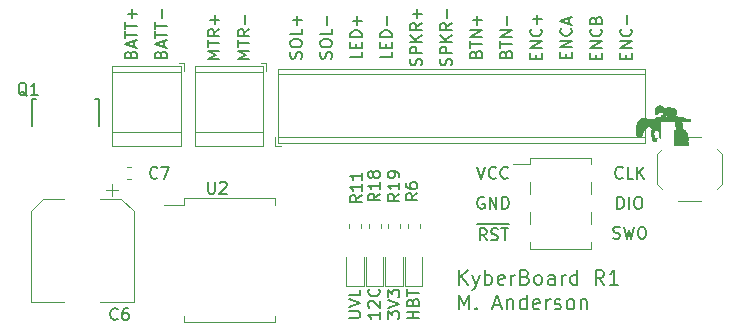
<source format=gto>
G04 #@! TF.GenerationSoftware,KiCad,Pcbnew,5.0.2+dfsg1-1*
G04 #@! TF.CreationDate,2021-06-07T16:20:21-04:00*
G04 #@! TF.ProjectId,KyberBoard,4b796265-7242-46f6-9172-642e6b696361,rev?*
G04 #@! TF.SameCoordinates,Original*
G04 #@! TF.FileFunction,Legend,Top*
G04 #@! TF.FilePolarity,Positive*
%FSLAX46Y46*%
G04 Gerber Fmt 4.6, Leading zero omitted, Abs format (unit mm)*
G04 Created by KiCad (PCBNEW 5.0.2+dfsg1-1) date Mon 07 Jun 2021 04:20:21 PM EDT*
%MOMM*%
%LPD*%
G01*
G04 APERTURE LIST*
%ADD10C,0.150000*%
%ADD11C,0.200000*%
%ADD12C,0.010000*%
%ADD13C,0.152400*%
%ADD14C,0.120000*%
%ADD15C,1.000000*%
%ADD16R,0.750000X1.350000*%
%ADD17C,2.600000*%
%ADD18C,1.050000*%
%ADD19R,1.800000X0.450000*%
%ADD20R,5.300000X7.600000*%
%ADD21R,2.300000X2.300000*%
%ADD22C,2.300000*%
%ADD23C,0.900000*%
%ADD24C,6.500000*%
%ADD25R,2.200000X2.200000*%
%ADD26C,2.200000*%
%ADD27R,3.250000X1.100000*%
%ADD28R,1.100000X1.800000*%
G04 APERTURE END LIST*
D10*
X166894047Y-82954761D02*
X167036904Y-83002380D01*
X167275000Y-83002380D01*
X167370238Y-82954761D01*
X167417857Y-82907142D01*
X167465476Y-82811904D01*
X167465476Y-82716666D01*
X167417857Y-82621428D01*
X167370238Y-82573809D01*
X167275000Y-82526190D01*
X167084523Y-82478571D01*
X166989285Y-82430952D01*
X166941666Y-82383333D01*
X166894047Y-82288095D01*
X166894047Y-82192857D01*
X166941666Y-82097619D01*
X166989285Y-82050000D01*
X167084523Y-82002380D01*
X167322619Y-82002380D01*
X167465476Y-82050000D01*
X167798809Y-82002380D02*
X168036904Y-83002380D01*
X168227380Y-82288095D01*
X168417857Y-83002380D01*
X168655952Y-82002380D01*
X169227380Y-82002380D02*
X169417857Y-82002380D01*
X169513095Y-82050000D01*
X169608333Y-82145238D01*
X169655952Y-82335714D01*
X169655952Y-82669047D01*
X169608333Y-82859523D01*
X169513095Y-82954761D01*
X169417857Y-83002380D01*
X169227380Y-83002380D01*
X169132142Y-82954761D01*
X169036904Y-82859523D01*
X168989285Y-82669047D01*
X168989285Y-82335714D01*
X169036904Y-82145238D01*
X169132142Y-82050000D01*
X169227380Y-82002380D01*
X128579571Y-67397095D02*
X128627190Y-67254238D01*
X128674809Y-67206619D01*
X128770047Y-67159000D01*
X128912904Y-67159000D01*
X129008142Y-67206619D01*
X129055761Y-67254238D01*
X129103380Y-67349476D01*
X129103380Y-67730428D01*
X128103380Y-67730428D01*
X128103380Y-67397095D01*
X128151000Y-67301857D01*
X128198619Y-67254238D01*
X128293857Y-67206619D01*
X128389095Y-67206619D01*
X128484333Y-67254238D01*
X128531952Y-67301857D01*
X128579571Y-67397095D01*
X128579571Y-67730428D01*
X128817666Y-66778047D02*
X128817666Y-66301857D01*
X129103380Y-66873285D02*
X128103380Y-66539952D01*
X129103380Y-66206619D01*
X128103380Y-66016142D02*
X128103380Y-65444714D01*
X129103380Y-65730428D02*
X128103380Y-65730428D01*
X128103380Y-65254238D02*
X128103380Y-64682809D01*
X129103380Y-64968523D02*
X128103380Y-64968523D01*
X128722428Y-64349476D02*
X128722428Y-63587571D01*
X126039571Y-67397096D02*
X126087190Y-67254239D01*
X126134809Y-67206620D01*
X126230047Y-67159001D01*
X126372904Y-67159001D01*
X126468142Y-67206620D01*
X126515761Y-67254239D01*
X126563380Y-67349477D01*
X126563380Y-67730429D01*
X125563380Y-67730429D01*
X125563380Y-67397096D01*
X125611000Y-67301858D01*
X125658619Y-67254239D01*
X125753857Y-67206620D01*
X125849095Y-67206620D01*
X125944333Y-67254239D01*
X125991952Y-67301858D01*
X126039571Y-67397096D01*
X126039571Y-67730429D01*
X126277666Y-66778048D02*
X126277666Y-66301858D01*
X126563380Y-66873286D02*
X125563380Y-66539953D01*
X126563380Y-66206620D01*
X125563380Y-66016143D02*
X125563380Y-65444715D01*
X126563380Y-65730429D02*
X125563380Y-65730429D01*
X125563380Y-65254239D02*
X125563380Y-64682810D01*
X126563380Y-64968524D02*
X125563380Y-64968524D01*
X126182428Y-64349477D02*
X126182428Y-63587572D01*
X126563380Y-63968524D02*
X125801476Y-63968524D01*
X136088380Y-67746333D02*
X135088380Y-67746333D01*
X135802666Y-67413000D01*
X135088380Y-67079666D01*
X136088380Y-67079666D01*
X135088380Y-66746333D02*
X135088380Y-66174904D01*
X136088380Y-66460619D02*
X135088380Y-66460619D01*
X136088380Y-65270142D02*
X135612190Y-65603476D01*
X136088380Y-65841571D02*
X135088380Y-65841571D01*
X135088380Y-65460619D01*
X135136000Y-65365380D01*
X135183619Y-65317761D01*
X135278857Y-65270142D01*
X135421714Y-65270142D01*
X135516952Y-65317761D01*
X135564571Y-65365380D01*
X135612190Y-65460619D01*
X135612190Y-65841571D01*
X135707428Y-64841571D02*
X135707428Y-64079666D01*
X133548380Y-67746333D02*
X132548380Y-67746333D01*
X133262666Y-67413000D01*
X132548380Y-67079666D01*
X133548380Y-67079666D01*
X132548380Y-66746333D02*
X132548380Y-66174904D01*
X133548380Y-66460619D02*
X132548380Y-66460619D01*
X133548380Y-65270142D02*
X133072190Y-65603476D01*
X133548380Y-65841571D02*
X132548380Y-65841571D01*
X132548380Y-65460619D01*
X132596000Y-65365380D01*
X132643619Y-65317761D01*
X132738857Y-65270142D01*
X132881714Y-65270142D01*
X132976952Y-65317761D01*
X133024571Y-65365380D01*
X133072190Y-65460619D01*
X133072190Y-65841571D01*
X133167428Y-64841571D02*
X133167428Y-64079666D01*
X133548380Y-64460619D02*
X132786476Y-64460619D01*
X167949571Y-67770142D02*
X167949571Y-67436809D01*
X168473380Y-67293952D02*
X168473380Y-67770142D01*
X167473380Y-67770142D01*
X167473380Y-67293952D01*
X168473380Y-66865380D02*
X167473380Y-66865380D01*
X168473380Y-66293952D01*
X167473380Y-66293952D01*
X168378142Y-65246333D02*
X168425761Y-65293952D01*
X168473380Y-65436809D01*
X168473380Y-65532047D01*
X168425761Y-65674904D01*
X168330523Y-65770142D01*
X168235285Y-65817761D01*
X168044809Y-65865380D01*
X167901952Y-65865380D01*
X167711476Y-65817761D01*
X167616238Y-65770142D01*
X167521000Y-65674904D01*
X167473380Y-65532047D01*
X167473380Y-65436809D01*
X167521000Y-65293952D01*
X167568619Y-65246333D01*
X168092428Y-64817761D02*
X168092428Y-64055857D01*
X165409571Y-67778095D02*
X165409571Y-67444761D01*
X165933380Y-67301904D02*
X165933380Y-67778095D01*
X164933380Y-67778095D01*
X164933380Y-67301904D01*
X165933380Y-66873333D02*
X164933380Y-66873333D01*
X165933380Y-66301904D01*
X164933380Y-66301904D01*
X165838142Y-65254285D02*
X165885761Y-65301904D01*
X165933380Y-65444761D01*
X165933380Y-65540000D01*
X165885761Y-65682857D01*
X165790523Y-65778095D01*
X165695285Y-65825714D01*
X165504809Y-65873333D01*
X165361952Y-65873333D01*
X165171476Y-65825714D01*
X165076238Y-65778095D01*
X164981000Y-65682857D01*
X164933380Y-65540000D01*
X164933380Y-65444761D01*
X164981000Y-65301904D01*
X165028619Y-65254285D01*
X165409571Y-64492380D02*
X165457190Y-64349523D01*
X165504809Y-64301904D01*
X165600047Y-64254285D01*
X165742904Y-64254285D01*
X165838142Y-64301904D01*
X165885761Y-64349523D01*
X165933380Y-64444761D01*
X165933380Y-64825714D01*
X164933380Y-64825714D01*
X164933380Y-64492380D01*
X164981000Y-64397142D01*
X165028619Y-64349523D01*
X165123857Y-64301904D01*
X165219095Y-64301904D01*
X165314333Y-64349523D01*
X165361952Y-64397142D01*
X165409571Y-64492380D01*
X165409571Y-64825714D01*
X162869571Y-67706666D02*
X162869571Y-67373333D01*
X163393380Y-67230476D02*
X163393380Y-67706666D01*
X162393380Y-67706666D01*
X162393380Y-67230476D01*
X163393380Y-66801904D02*
X162393380Y-66801904D01*
X163393380Y-66230476D01*
X162393380Y-66230476D01*
X163298142Y-65182857D02*
X163345761Y-65230476D01*
X163393380Y-65373333D01*
X163393380Y-65468571D01*
X163345761Y-65611428D01*
X163250523Y-65706666D01*
X163155285Y-65754285D01*
X162964809Y-65801904D01*
X162821952Y-65801904D01*
X162631476Y-65754285D01*
X162536238Y-65706666D01*
X162441000Y-65611428D01*
X162393380Y-65468571D01*
X162393380Y-65373333D01*
X162441000Y-65230476D01*
X162488619Y-65182857D01*
X163107666Y-64801904D02*
X163107666Y-64325714D01*
X163393380Y-64897142D02*
X162393380Y-64563809D01*
X163393380Y-64230476D01*
X160329571Y-67770142D02*
X160329571Y-67436809D01*
X160853380Y-67293952D02*
X160853380Y-67770142D01*
X159853380Y-67770142D01*
X159853380Y-67293952D01*
X160853380Y-66865380D02*
X159853380Y-66865380D01*
X160853380Y-66293952D01*
X159853380Y-66293952D01*
X160758142Y-65246333D02*
X160805761Y-65293952D01*
X160853380Y-65436809D01*
X160853380Y-65532047D01*
X160805761Y-65674904D01*
X160710523Y-65770142D01*
X160615285Y-65817761D01*
X160424809Y-65865380D01*
X160281952Y-65865380D01*
X160091476Y-65817761D01*
X159996238Y-65770142D01*
X159901000Y-65674904D01*
X159853380Y-65532047D01*
X159853380Y-65436809D01*
X159901000Y-65293952D01*
X159948619Y-65246333D01*
X160472428Y-64817761D02*
X160472428Y-64055857D01*
X160853380Y-64436809D02*
X160091476Y-64436809D01*
X157789571Y-67365380D02*
X157837190Y-67222523D01*
X157884809Y-67174904D01*
X157980047Y-67127285D01*
X158122904Y-67127285D01*
X158218142Y-67174904D01*
X158265761Y-67222523D01*
X158313380Y-67317761D01*
X158313380Y-67698714D01*
X157313380Y-67698714D01*
X157313380Y-67365380D01*
X157361000Y-67270142D01*
X157408619Y-67222523D01*
X157503857Y-67174904D01*
X157599095Y-67174904D01*
X157694333Y-67222523D01*
X157741952Y-67270142D01*
X157789571Y-67365380D01*
X157789571Y-67698714D01*
X157313380Y-66841571D02*
X157313380Y-66270142D01*
X158313380Y-66555857D02*
X157313380Y-66555857D01*
X158313380Y-65936809D02*
X157313380Y-65936809D01*
X158313380Y-65365380D01*
X157313380Y-65365380D01*
X157932428Y-64889190D02*
X157932428Y-64127285D01*
X155249571Y-67365380D02*
X155297190Y-67222523D01*
X155344809Y-67174904D01*
X155440047Y-67127285D01*
X155582904Y-67127285D01*
X155678142Y-67174904D01*
X155725761Y-67222523D01*
X155773380Y-67317761D01*
X155773380Y-67698714D01*
X154773380Y-67698714D01*
X154773380Y-67365380D01*
X154821000Y-67270142D01*
X154868619Y-67222523D01*
X154963857Y-67174904D01*
X155059095Y-67174904D01*
X155154333Y-67222523D01*
X155201952Y-67270142D01*
X155249571Y-67365380D01*
X155249571Y-67698714D01*
X154773380Y-66841571D02*
X154773380Y-66270142D01*
X155773380Y-66555857D02*
X154773380Y-66555857D01*
X155773380Y-65936809D02*
X154773380Y-65936809D01*
X155773380Y-65365380D01*
X154773380Y-65365380D01*
X155392428Y-64889190D02*
X155392428Y-64127285D01*
X155773380Y-64508238D02*
X155011476Y-64508238D01*
X153185761Y-68317761D02*
X153233380Y-68174904D01*
X153233380Y-67936809D01*
X153185761Y-67841571D01*
X153138142Y-67793952D01*
X153042904Y-67746333D01*
X152947666Y-67746333D01*
X152852428Y-67793952D01*
X152804809Y-67841571D01*
X152757190Y-67936809D01*
X152709571Y-68127285D01*
X152661952Y-68222523D01*
X152614333Y-68270142D01*
X152519095Y-68317761D01*
X152423857Y-68317761D01*
X152328619Y-68270142D01*
X152281000Y-68222523D01*
X152233380Y-68127285D01*
X152233380Y-67889190D01*
X152281000Y-67746333D01*
X153233380Y-67317761D02*
X152233380Y-67317761D01*
X152233380Y-66936809D01*
X152281000Y-66841571D01*
X152328619Y-66793952D01*
X152423857Y-66746333D01*
X152566714Y-66746333D01*
X152661952Y-66793952D01*
X152709571Y-66841571D01*
X152757190Y-66936809D01*
X152757190Y-67317761D01*
X153233380Y-66317761D02*
X152233380Y-66317761D01*
X153233380Y-65746333D02*
X152661952Y-66174904D01*
X152233380Y-65746333D02*
X152804809Y-66317761D01*
X153233380Y-64746333D02*
X152757190Y-65079666D01*
X153233380Y-65317761D02*
X152233380Y-65317761D01*
X152233380Y-64936809D01*
X152281000Y-64841571D01*
X152328619Y-64793952D01*
X152423857Y-64746333D01*
X152566714Y-64746333D01*
X152661952Y-64793952D01*
X152709571Y-64841571D01*
X152757190Y-64936809D01*
X152757190Y-65317761D01*
X152852428Y-64317761D02*
X152852428Y-63555857D01*
X150645761Y-68317761D02*
X150693380Y-68174904D01*
X150693380Y-67936809D01*
X150645761Y-67841571D01*
X150598142Y-67793952D01*
X150502904Y-67746333D01*
X150407666Y-67746333D01*
X150312428Y-67793952D01*
X150264809Y-67841571D01*
X150217190Y-67936809D01*
X150169571Y-68127285D01*
X150121952Y-68222523D01*
X150074333Y-68270142D01*
X149979095Y-68317761D01*
X149883857Y-68317761D01*
X149788619Y-68270142D01*
X149741000Y-68222523D01*
X149693380Y-68127285D01*
X149693380Y-67889190D01*
X149741000Y-67746333D01*
X150693380Y-67317761D02*
X149693380Y-67317761D01*
X149693380Y-66936809D01*
X149741000Y-66841571D01*
X149788619Y-66793952D01*
X149883857Y-66746333D01*
X150026714Y-66746333D01*
X150121952Y-66793952D01*
X150169571Y-66841571D01*
X150217190Y-66936809D01*
X150217190Y-67317761D01*
X150693380Y-66317761D02*
X149693380Y-66317761D01*
X150693380Y-65746333D02*
X150121952Y-66174904D01*
X149693380Y-65746333D02*
X150264809Y-66317761D01*
X150693380Y-64746333D02*
X150217190Y-65079666D01*
X150693380Y-65317761D02*
X149693380Y-65317761D01*
X149693380Y-64936809D01*
X149741000Y-64841571D01*
X149788619Y-64793952D01*
X149883857Y-64746333D01*
X150026714Y-64746333D01*
X150121952Y-64793952D01*
X150169571Y-64841571D01*
X150217190Y-64936809D01*
X150217190Y-65317761D01*
X150312428Y-64317761D02*
X150312428Y-63555857D01*
X150693380Y-63936809D02*
X149931476Y-63936809D01*
X148153380Y-67174904D02*
X148153380Y-67651095D01*
X147153380Y-67651095D01*
X147629571Y-66841571D02*
X147629571Y-66508238D01*
X148153380Y-66365380D02*
X148153380Y-66841571D01*
X147153380Y-66841571D01*
X147153380Y-66365380D01*
X148153380Y-65936809D02*
X147153380Y-65936809D01*
X147153380Y-65698714D01*
X147201000Y-65555857D01*
X147296238Y-65460619D01*
X147391476Y-65413000D01*
X147581952Y-65365380D01*
X147724809Y-65365380D01*
X147915285Y-65413000D01*
X148010523Y-65460619D01*
X148105761Y-65555857D01*
X148153380Y-65698714D01*
X148153380Y-65936809D01*
X147772428Y-64936809D02*
X147772428Y-64174904D01*
X145613380Y-67174904D02*
X145613380Y-67651095D01*
X144613380Y-67651095D01*
X145089571Y-66841571D02*
X145089571Y-66508238D01*
X145613380Y-66365380D02*
X145613380Y-66841571D01*
X144613380Y-66841571D01*
X144613380Y-66365380D01*
X145613380Y-65936809D02*
X144613380Y-65936809D01*
X144613380Y-65698714D01*
X144661000Y-65555857D01*
X144756238Y-65460619D01*
X144851476Y-65413000D01*
X145041952Y-65365380D01*
X145184809Y-65365380D01*
X145375285Y-65413000D01*
X145470523Y-65460619D01*
X145565761Y-65555857D01*
X145613380Y-65698714D01*
X145613380Y-65936809D01*
X145232428Y-64936809D02*
X145232428Y-64174904D01*
X145613380Y-64555857D02*
X144851476Y-64555857D01*
X143025761Y-67746333D02*
X143073380Y-67603476D01*
X143073380Y-67365380D01*
X143025761Y-67270142D01*
X142978142Y-67222523D01*
X142882904Y-67174904D01*
X142787666Y-67174904D01*
X142692428Y-67222523D01*
X142644809Y-67270142D01*
X142597190Y-67365380D01*
X142549571Y-67555857D01*
X142501952Y-67651095D01*
X142454333Y-67698714D01*
X142359095Y-67746333D01*
X142263857Y-67746333D01*
X142168619Y-67698714D01*
X142121000Y-67651095D01*
X142073380Y-67555857D01*
X142073380Y-67317761D01*
X142121000Y-67174904D01*
X142073380Y-66555857D02*
X142073380Y-66365380D01*
X142121000Y-66270142D01*
X142216238Y-66174904D01*
X142406714Y-66127285D01*
X142740047Y-66127285D01*
X142930523Y-66174904D01*
X143025761Y-66270142D01*
X143073380Y-66365380D01*
X143073380Y-66555857D01*
X143025761Y-66651095D01*
X142930523Y-66746333D01*
X142740047Y-66793952D01*
X142406714Y-66793952D01*
X142216238Y-66746333D01*
X142121000Y-66651095D01*
X142073380Y-66555857D01*
X143073380Y-65222523D02*
X143073380Y-65698714D01*
X142073380Y-65698714D01*
X142692428Y-64889190D02*
X142692428Y-64127285D01*
X140485761Y-67746333D02*
X140533380Y-67603476D01*
X140533380Y-67365380D01*
X140485761Y-67270142D01*
X140438142Y-67222523D01*
X140342904Y-67174904D01*
X140247666Y-67174904D01*
X140152428Y-67222523D01*
X140104809Y-67270142D01*
X140057190Y-67365380D01*
X140009571Y-67555857D01*
X139961952Y-67651095D01*
X139914333Y-67698714D01*
X139819095Y-67746333D01*
X139723857Y-67746333D01*
X139628619Y-67698714D01*
X139581000Y-67651095D01*
X139533380Y-67555857D01*
X139533380Y-67317761D01*
X139581000Y-67174904D01*
X139533380Y-66555857D02*
X139533380Y-66365380D01*
X139581000Y-66270142D01*
X139676238Y-66174904D01*
X139866714Y-66127285D01*
X140200047Y-66127285D01*
X140390523Y-66174904D01*
X140485761Y-66270142D01*
X140533380Y-66365380D01*
X140533380Y-66555857D01*
X140485761Y-66651095D01*
X140390523Y-66746333D01*
X140200047Y-66793952D01*
X139866714Y-66793952D01*
X139676238Y-66746333D01*
X139581000Y-66651095D01*
X139533380Y-66555857D01*
X140533380Y-65222523D02*
X140533380Y-65698714D01*
X139533380Y-65698714D01*
X140152428Y-64889190D02*
X140152428Y-64127285D01*
X140533380Y-64508238D02*
X139771476Y-64508238D01*
D11*
X153843619Y-86903976D02*
X153843619Y-85653976D01*
X154557904Y-86903976D02*
X154022190Y-86189690D01*
X154557904Y-85653976D02*
X153843619Y-86368261D01*
X154974571Y-86070642D02*
X155272190Y-86903976D01*
X155569809Y-86070642D02*
X155272190Y-86903976D01*
X155153142Y-87201595D01*
X155093619Y-87261119D01*
X154974571Y-87320642D01*
X156046000Y-86903976D02*
X156046000Y-85653976D01*
X156046000Y-86130166D02*
X156165047Y-86070642D01*
X156403142Y-86070642D01*
X156522190Y-86130166D01*
X156581714Y-86189690D01*
X156641238Y-86308738D01*
X156641238Y-86665880D01*
X156581714Y-86784928D01*
X156522190Y-86844452D01*
X156403142Y-86903976D01*
X156165047Y-86903976D01*
X156046000Y-86844452D01*
X157653142Y-86844452D02*
X157534095Y-86903976D01*
X157296000Y-86903976D01*
X157176952Y-86844452D01*
X157117428Y-86725404D01*
X157117428Y-86249214D01*
X157176952Y-86130166D01*
X157296000Y-86070642D01*
X157534095Y-86070642D01*
X157653142Y-86130166D01*
X157712666Y-86249214D01*
X157712666Y-86368261D01*
X157117428Y-86487309D01*
X158248380Y-86903976D02*
X158248380Y-86070642D01*
X158248380Y-86308738D02*
X158307904Y-86189690D01*
X158367428Y-86130166D01*
X158486476Y-86070642D01*
X158605523Y-86070642D01*
X159438857Y-86249214D02*
X159617428Y-86308738D01*
X159676952Y-86368261D01*
X159736476Y-86487309D01*
X159736476Y-86665880D01*
X159676952Y-86784928D01*
X159617428Y-86844452D01*
X159498380Y-86903976D01*
X159022190Y-86903976D01*
X159022190Y-85653976D01*
X159438857Y-85653976D01*
X159557904Y-85713500D01*
X159617428Y-85773023D01*
X159676952Y-85892071D01*
X159676952Y-86011119D01*
X159617428Y-86130166D01*
X159557904Y-86189690D01*
X159438857Y-86249214D01*
X159022190Y-86249214D01*
X160450761Y-86903976D02*
X160331714Y-86844452D01*
X160272190Y-86784928D01*
X160212666Y-86665880D01*
X160212666Y-86308738D01*
X160272190Y-86189690D01*
X160331714Y-86130166D01*
X160450761Y-86070642D01*
X160629333Y-86070642D01*
X160748380Y-86130166D01*
X160807904Y-86189690D01*
X160867428Y-86308738D01*
X160867428Y-86665880D01*
X160807904Y-86784928D01*
X160748380Y-86844452D01*
X160629333Y-86903976D01*
X160450761Y-86903976D01*
X161938857Y-86903976D02*
X161938857Y-86249214D01*
X161879333Y-86130166D01*
X161760285Y-86070642D01*
X161522190Y-86070642D01*
X161403142Y-86130166D01*
X161938857Y-86844452D02*
X161819809Y-86903976D01*
X161522190Y-86903976D01*
X161403142Y-86844452D01*
X161343619Y-86725404D01*
X161343619Y-86606357D01*
X161403142Y-86487309D01*
X161522190Y-86427785D01*
X161819809Y-86427785D01*
X161938857Y-86368261D01*
X162534095Y-86903976D02*
X162534095Y-86070642D01*
X162534095Y-86308738D02*
X162593619Y-86189690D01*
X162653142Y-86130166D01*
X162772190Y-86070642D01*
X162891238Y-86070642D01*
X163843619Y-86903976D02*
X163843619Y-85653976D01*
X163843619Y-86844452D02*
X163724571Y-86903976D01*
X163486476Y-86903976D01*
X163367428Y-86844452D01*
X163307904Y-86784928D01*
X163248380Y-86665880D01*
X163248380Y-86308738D01*
X163307904Y-86189690D01*
X163367428Y-86130166D01*
X163486476Y-86070642D01*
X163724571Y-86070642D01*
X163843619Y-86130166D01*
X166105523Y-86903976D02*
X165688857Y-86308738D01*
X165391238Y-86903976D02*
X165391238Y-85653976D01*
X165867428Y-85653976D01*
X165986476Y-85713500D01*
X166046000Y-85773023D01*
X166105523Y-85892071D01*
X166105523Y-86070642D01*
X166046000Y-86189690D01*
X165986476Y-86249214D01*
X165867428Y-86308738D01*
X165391238Y-86308738D01*
X167296000Y-86903976D02*
X166581714Y-86903976D01*
X166938857Y-86903976D02*
X166938857Y-85653976D01*
X166819809Y-85832547D01*
X166700761Y-85951595D01*
X166581714Y-86011119D01*
X153843619Y-88978976D02*
X153843619Y-87728976D01*
X154260285Y-88621833D01*
X154676952Y-87728976D01*
X154676952Y-88978976D01*
X155272190Y-88859928D02*
X155331714Y-88919452D01*
X155272190Y-88978976D01*
X155212666Y-88919452D01*
X155272190Y-88859928D01*
X155272190Y-88978976D01*
X156760285Y-88621833D02*
X157355523Y-88621833D01*
X156641238Y-88978976D02*
X157057904Y-87728976D01*
X157474571Y-88978976D01*
X157891238Y-88145642D02*
X157891238Y-88978976D01*
X157891238Y-88264690D02*
X157950761Y-88205166D01*
X158069809Y-88145642D01*
X158248380Y-88145642D01*
X158367428Y-88205166D01*
X158426952Y-88324214D01*
X158426952Y-88978976D01*
X159557904Y-88978976D02*
X159557904Y-87728976D01*
X159557904Y-88919452D02*
X159438857Y-88978976D01*
X159200761Y-88978976D01*
X159081714Y-88919452D01*
X159022190Y-88859928D01*
X158962666Y-88740880D01*
X158962666Y-88383738D01*
X159022190Y-88264690D01*
X159081714Y-88205166D01*
X159200761Y-88145642D01*
X159438857Y-88145642D01*
X159557904Y-88205166D01*
X160629333Y-88919452D02*
X160510285Y-88978976D01*
X160272190Y-88978976D01*
X160153142Y-88919452D01*
X160093619Y-88800404D01*
X160093619Y-88324214D01*
X160153142Y-88205166D01*
X160272190Y-88145642D01*
X160510285Y-88145642D01*
X160629333Y-88205166D01*
X160688857Y-88324214D01*
X160688857Y-88443261D01*
X160093619Y-88562309D01*
X161224571Y-88978976D02*
X161224571Y-88145642D01*
X161224571Y-88383738D02*
X161284095Y-88264690D01*
X161343619Y-88205166D01*
X161462666Y-88145642D01*
X161581714Y-88145642D01*
X161938857Y-88919452D02*
X162057904Y-88978976D01*
X162296000Y-88978976D01*
X162415047Y-88919452D01*
X162474571Y-88800404D01*
X162474571Y-88740880D01*
X162415047Y-88621833D01*
X162296000Y-88562309D01*
X162117428Y-88562309D01*
X161998380Y-88502785D01*
X161938857Y-88383738D01*
X161938857Y-88324214D01*
X161998380Y-88205166D01*
X162117428Y-88145642D01*
X162296000Y-88145642D01*
X162415047Y-88205166D01*
X163188857Y-88978976D02*
X163069809Y-88919452D01*
X163010285Y-88859928D01*
X162950761Y-88740880D01*
X162950761Y-88383738D01*
X163010285Y-88264690D01*
X163069809Y-88205166D01*
X163188857Y-88145642D01*
X163367428Y-88145642D01*
X163486476Y-88205166D01*
X163546000Y-88264690D01*
X163605523Y-88383738D01*
X163605523Y-88740880D01*
X163546000Y-88859928D01*
X163486476Y-88919452D01*
X163367428Y-88978976D01*
X163188857Y-88978976D01*
X164141238Y-88145642D02*
X164141238Y-88978976D01*
X164141238Y-88264690D02*
X164200761Y-88205166D01*
X164319809Y-88145642D01*
X164498380Y-88145642D01*
X164617428Y-88205166D01*
X164676952Y-88324214D01*
X164676952Y-88978976D01*
D10*
X155384666Y-76922380D02*
X155718000Y-77922380D01*
X156051333Y-76922380D01*
X156956095Y-77827142D02*
X156908476Y-77874761D01*
X156765619Y-77922380D01*
X156670380Y-77922380D01*
X156527523Y-77874761D01*
X156432285Y-77779523D01*
X156384666Y-77684285D01*
X156337047Y-77493809D01*
X156337047Y-77350952D01*
X156384666Y-77160476D01*
X156432285Y-77065238D01*
X156527523Y-76970000D01*
X156670380Y-76922380D01*
X156765619Y-76922380D01*
X156908476Y-76970000D01*
X156956095Y-77017619D01*
X157956095Y-77827142D02*
X157908476Y-77874761D01*
X157765619Y-77922380D01*
X157670380Y-77922380D01*
X157527523Y-77874761D01*
X157432285Y-77779523D01*
X157384666Y-77684285D01*
X157337047Y-77493809D01*
X157337047Y-77350952D01*
X157384666Y-77160476D01*
X157432285Y-77065238D01*
X157527523Y-76970000D01*
X157670380Y-76922380D01*
X157765619Y-76922380D01*
X157908476Y-76970000D01*
X157956095Y-77017619D01*
X155956095Y-79510000D02*
X155860857Y-79462380D01*
X155718000Y-79462380D01*
X155575142Y-79510000D01*
X155479904Y-79605238D01*
X155432285Y-79700476D01*
X155384666Y-79890952D01*
X155384666Y-80033809D01*
X155432285Y-80224285D01*
X155479904Y-80319523D01*
X155575142Y-80414761D01*
X155718000Y-80462380D01*
X155813238Y-80462380D01*
X155956095Y-80414761D01*
X156003714Y-80367142D01*
X156003714Y-80033809D01*
X155813238Y-80033809D01*
X156432285Y-80462380D02*
X156432285Y-79462380D01*
X157003714Y-80462380D01*
X157003714Y-79462380D01*
X157479904Y-80462380D02*
X157479904Y-79462380D01*
X157718000Y-79462380D01*
X157860857Y-79510000D01*
X157956095Y-79605238D01*
X158003714Y-79700476D01*
X158051333Y-79890952D01*
X158051333Y-80033809D01*
X158003714Y-80224285D01*
X157956095Y-80319523D01*
X157860857Y-80414761D01*
X157718000Y-80462380D01*
X157479904Y-80462380D01*
X155360857Y-81764114D02*
X156360857Y-81764114D01*
X156170380Y-83131494D02*
X155837047Y-82655304D01*
X155598952Y-83131494D02*
X155598952Y-82131494D01*
X155979904Y-82131494D01*
X156075142Y-82179114D01*
X156122761Y-82226733D01*
X156170380Y-82321971D01*
X156170380Y-82464828D01*
X156122761Y-82560066D01*
X156075142Y-82607685D01*
X155979904Y-82655304D01*
X155598952Y-82655304D01*
X156360857Y-81764114D02*
X157313238Y-81764114D01*
X156551333Y-83083875D02*
X156694190Y-83131494D01*
X156932285Y-83131494D01*
X157027523Y-83083875D01*
X157075142Y-83036256D01*
X157122761Y-82941018D01*
X157122761Y-82845780D01*
X157075142Y-82750542D01*
X157027523Y-82702923D01*
X156932285Y-82655304D01*
X156741809Y-82607685D01*
X156646571Y-82560066D01*
X156598952Y-82512447D01*
X156551333Y-82417209D01*
X156551333Y-82321971D01*
X156598952Y-82226733D01*
X156646571Y-82179114D01*
X156741809Y-82131494D01*
X156979904Y-82131494D01*
X157122761Y-82179114D01*
X157313238Y-81764114D02*
X158075142Y-81764114D01*
X157408476Y-82131494D02*
X157979904Y-82131494D01*
X157694190Y-83131494D02*
X157694190Y-82131494D01*
X167251190Y-80462380D02*
X167251190Y-79462380D01*
X167489285Y-79462380D01*
X167632142Y-79510000D01*
X167727380Y-79605238D01*
X167775000Y-79700476D01*
X167822619Y-79890952D01*
X167822619Y-80033809D01*
X167775000Y-80224285D01*
X167727380Y-80319523D01*
X167632142Y-80414761D01*
X167489285Y-80462380D01*
X167251190Y-80462380D01*
X168251190Y-80462380D02*
X168251190Y-79462380D01*
X168917857Y-79462380D02*
X169108333Y-79462380D01*
X169203571Y-79510000D01*
X169298809Y-79605238D01*
X169346428Y-79795714D01*
X169346428Y-80129047D01*
X169298809Y-80319523D01*
X169203571Y-80414761D01*
X169108333Y-80462380D01*
X168917857Y-80462380D01*
X168822619Y-80414761D01*
X168727380Y-80319523D01*
X168679761Y-80129047D01*
X168679761Y-79795714D01*
X168727380Y-79605238D01*
X168822619Y-79510000D01*
X168917857Y-79462380D01*
X167679761Y-77827142D02*
X167632142Y-77874761D01*
X167489285Y-77922380D01*
X167394047Y-77922380D01*
X167251190Y-77874761D01*
X167155952Y-77779523D01*
X167108333Y-77684285D01*
X167060714Y-77493809D01*
X167060714Y-77350952D01*
X167108333Y-77160476D01*
X167155952Y-77065238D01*
X167251190Y-76970000D01*
X167394047Y-76922380D01*
X167489285Y-76922380D01*
X167632142Y-76970000D01*
X167679761Y-77017619D01*
X168584523Y-77922380D02*
X168108333Y-77922380D01*
X168108333Y-76922380D01*
X168917857Y-77922380D02*
X168917857Y-76922380D01*
X169489285Y-77922380D02*
X169060714Y-77350952D01*
X169489285Y-76922380D02*
X168917857Y-77493809D01*
D12*
G04 #@! TO.C,G\002A\002A\002A*
G36*
X169297350Y-72805925D02*
X169294175Y-72809100D01*
X169291000Y-72805925D01*
X169294175Y-72802750D01*
X169297350Y-72805925D01*
X169297350Y-72805925D01*
G37*
X169297350Y-72805925D02*
X169294175Y-72809100D01*
X169291000Y-72805925D01*
X169294175Y-72802750D01*
X169297350Y-72805925D01*
G36*
X170014900Y-73485375D02*
X170011725Y-73488550D01*
X170008550Y-73485375D01*
X170011725Y-73482200D01*
X170014900Y-73485375D01*
X170014900Y-73485375D01*
G37*
X170014900Y-73485375D02*
X170011725Y-73488550D01*
X170008550Y-73485375D01*
X170011725Y-73482200D01*
X170014900Y-73485375D01*
G36*
X170243500Y-74006075D02*
X170240325Y-74009250D01*
X170237150Y-74006075D01*
X170240325Y-74002900D01*
X170243500Y-74006075D01*
X170243500Y-74006075D01*
G37*
X170243500Y-74006075D02*
X170240325Y-74009250D01*
X170237150Y-74006075D01*
X170240325Y-74002900D01*
X170243500Y-74006075D01*
G36*
X170139783Y-74366966D02*
X170140543Y-74374502D01*
X170139783Y-74375433D01*
X170136008Y-74374561D01*
X170135550Y-74371200D01*
X170137873Y-74365973D01*
X170139783Y-74366966D01*
X170139783Y-74366966D01*
G37*
X170139783Y-74366966D02*
X170140543Y-74374502D01*
X170139783Y-74375433D01*
X170136008Y-74374561D01*
X170135550Y-74371200D01*
X170137873Y-74365973D01*
X170139783Y-74366966D01*
G36*
X170842333Y-71720715D02*
X170846750Y-71723744D01*
X170850647Y-71727425D01*
X170853100Y-71726424D01*
X170863546Y-71725765D01*
X170867387Y-71727459D01*
X170880911Y-71733049D01*
X170884338Y-71733779D01*
X170897554Y-71738214D01*
X170917769Y-71747636D01*
X170941353Y-71760082D01*
X170964678Y-71773589D01*
X170984113Y-71786193D01*
X170991521Y-71791774D01*
X171005648Y-71803487D01*
X171026079Y-71820565D01*
X171049425Y-71840173D01*
X171061382Y-71850250D01*
X171104490Y-71885837D01*
X171140075Y-71913226D01*
X171169575Y-71933215D01*
X171194428Y-71946605D01*
X171216072Y-71954195D01*
X171235946Y-71956785D01*
X171251241Y-71955836D01*
X171267990Y-71952005D01*
X171292931Y-71944420D01*
X171322537Y-71934223D01*
X171349851Y-71923914D01*
X171396783Y-71905930D01*
X171435219Y-71892676D01*
X171468162Y-71883488D01*
X171498615Y-71877703D01*
X171529581Y-71874656D01*
X171564062Y-71873685D01*
X171577000Y-71873709D01*
X171613419Y-71874887D01*
X171651987Y-71877632D01*
X171687001Y-71881476D01*
X171704000Y-71884127D01*
X171738385Y-71890112D01*
X171776968Y-71896346D01*
X171811484Y-71901495D01*
X171811950Y-71901560D01*
X171841523Y-71906623D01*
X171870494Y-71913140D01*
X171893336Y-71919839D01*
X171896322Y-71920948D01*
X171918181Y-71928003D01*
X171938587Y-71932246D01*
X171945739Y-71932800D01*
X171965758Y-71935449D01*
X171986537Y-71942166D01*
X172003604Y-71951104D01*
X172012455Y-71960336D01*
X172019525Y-71967440D01*
X172034959Y-71977792D01*
X172055598Y-71989304D01*
X172058403Y-71990729D01*
X172108778Y-72022753D01*
X172150657Y-72064071D01*
X172184375Y-72115029D01*
X172190361Y-72126804D01*
X172203395Y-72155513D01*
X172211273Y-72178964D01*
X172215490Y-72202717D01*
X172217294Y-72226858D01*
X172218047Y-72253939D01*
X172216460Y-72273735D01*
X172211552Y-72291586D01*
X172202341Y-72312835D01*
X172200951Y-72315758D01*
X172185010Y-72359524D01*
X172175951Y-72409128D01*
X172170816Y-72441662D01*
X172162630Y-72468993D01*
X172149671Y-72494690D01*
X172130220Y-72522322D01*
X172109013Y-72548006D01*
X172083932Y-72581124D01*
X172069774Y-72609682D01*
X172065950Y-72631557D01*
X172065950Y-72648914D01*
X172286612Y-72652243D01*
X172351621Y-72653318D01*
X172405676Y-72654538D01*
X172450522Y-72656111D01*
X172487906Y-72658245D01*
X172519573Y-72661147D01*
X172547268Y-72665027D01*
X172572737Y-72670091D01*
X172597727Y-72676549D01*
X172623982Y-72684607D01*
X172653248Y-72694475D01*
X172659675Y-72696704D01*
X172696415Y-72709904D01*
X172731697Y-72723338D01*
X172763246Y-72736068D01*
X172788793Y-72747160D01*
X172806065Y-72755677D01*
X172811757Y-72759370D01*
X172822912Y-72763982D01*
X172829220Y-72764650D01*
X172838819Y-72768049D01*
X172840650Y-72772058D01*
X172843126Y-72776406D01*
X172844695Y-72775420D01*
X172851918Y-72776087D01*
X172864697Y-72782838D01*
X172868067Y-72785136D01*
X172879120Y-72792076D01*
X172883292Y-72792719D01*
X172882741Y-72791371D01*
X172882305Y-72786437D01*
X172887908Y-72787613D01*
X172894630Y-72793552D01*
X172894258Y-72796992D01*
X172895784Y-72799999D01*
X172900484Y-72798884D01*
X172911838Y-72799580D01*
X172927557Y-72806028D01*
X172930976Y-72808019D01*
X172945094Y-72816269D01*
X172954034Y-72820616D01*
X172954950Y-72820817D01*
X172966216Y-72822514D01*
X172979904Y-72826635D01*
X172990472Y-72831294D01*
X172993050Y-72833803D01*
X172998517Y-72837433D01*
X173009492Y-72839440D01*
X173024884Y-72842178D01*
X173033304Y-72845409D01*
X173044619Y-72850523D01*
X173047025Y-72851112D01*
X173055836Y-72852748D01*
X173073784Y-72856151D01*
X173097532Y-72860690D01*
X173106463Y-72862403D01*
X173143934Y-72867708D01*
X173191429Y-72871056D01*
X173250055Y-72872518D01*
X173269976Y-72872600D01*
X173380400Y-72872600D01*
X173380400Y-73031350D01*
X172150538Y-73031349D01*
X171995385Y-73031367D01*
X171852516Y-73031423D01*
X171721518Y-73031519D01*
X171601976Y-73031657D01*
X171493474Y-73031841D01*
X171395598Y-73032073D01*
X171307932Y-73032354D01*
X171230062Y-73032689D01*
X171161574Y-73033079D01*
X171102052Y-73033527D01*
X171051081Y-73034035D01*
X171008246Y-73034606D01*
X170973134Y-73035243D01*
X170945328Y-73035948D01*
X170924414Y-73036723D01*
X170909977Y-73037571D01*
X170901602Y-73038495D01*
X170899588Y-73038975D01*
X170878500Y-73046601D01*
X170878500Y-73753350D01*
X170878456Y-73846939D01*
X170878330Y-73936900D01*
X170878125Y-74022426D01*
X170877850Y-74102713D01*
X170877507Y-74176955D01*
X170877105Y-74244345D01*
X170876647Y-74304078D01*
X170876140Y-74355348D01*
X170875589Y-74397349D01*
X170875001Y-74429275D01*
X170874379Y-74450320D01*
X170873731Y-74459680D01*
X170873561Y-74460100D01*
X170865885Y-74455897D01*
X170858534Y-74448987D01*
X170847202Y-74438184D01*
X170831052Y-74424599D01*
X170825440Y-74420194D01*
X170810241Y-74405488D01*
X170799845Y-74389917D01*
X170798146Y-74385269D01*
X170789066Y-74363645D01*
X170773044Y-74338974D01*
X170756830Y-74319817D01*
X170749792Y-74307733D01*
X170742683Y-74288061D01*
X170738532Y-74271755D01*
X170736315Y-74259819D01*
X170734709Y-74247072D01*
X170733737Y-74232036D01*
X170733422Y-74213233D01*
X170733786Y-74189184D01*
X170734852Y-74158412D01*
X170736643Y-74119438D01*
X170739182Y-74070783D01*
X170742492Y-74010970D01*
X170742589Y-74009250D01*
X170746696Y-73936225D01*
X170725285Y-73927312D01*
X170707491Y-73918374D01*
X170693444Y-73908812D01*
X170692829Y-73908262D01*
X170670820Y-73887292D01*
X170656838Y-73871691D01*
X170648929Y-73858978D01*
X170645410Y-73848066D01*
X170638847Y-73833498D01*
X170629886Y-73826688D01*
X170621704Y-73820946D01*
X170618406Y-73807370D01*
X170618150Y-73798959D01*
X170618150Y-73774300D01*
X170495383Y-73774300D01*
X170450520Y-73774501D01*
X170417082Y-73775159D01*
X170393800Y-73776356D01*
X170379403Y-73778173D01*
X170372623Y-73780691D01*
X170371693Y-73782237D01*
X170369312Y-73799592D01*
X170366718Y-73814253D01*
X170364731Y-73821698D01*
X170364488Y-73821925D01*
X170362532Y-73827302D01*
X170360351Y-73837467D01*
X170354485Y-73853858D01*
X170348575Y-73862867D01*
X170341129Y-73873010D01*
X170339331Y-73877554D01*
X170335685Y-73889764D01*
X170328062Y-73903108D01*
X170319369Y-73913437D01*
X170312515Y-73916602D01*
X170312098Y-73916401D01*
X170308006Y-73915947D01*
X170309300Y-73918934D01*
X170308070Y-73927285D01*
X170300796Y-73934772D01*
X170292337Y-73942681D01*
X170291412Y-73947096D01*
X170288746Y-73952635D01*
X170278566Y-73964076D01*
X170262999Y-73979056D01*
X170261209Y-73980673D01*
X170244840Y-73996027D01*
X170233214Y-74008154D01*
X170228659Y-74014613D01*
X170228672Y-74014822D01*
X170226103Y-74022528D01*
X170223180Y-74026654D01*
X170219049Y-74040507D01*
X170221048Y-74062402D01*
X170228519Y-74089647D01*
X170240803Y-74119550D01*
X170250418Y-74138017D01*
X170262053Y-74158885D01*
X170270768Y-74175158D01*
X170275049Y-74183990D01*
X170275250Y-74184709D01*
X170279128Y-74190862D01*
X170288435Y-74201603D01*
X170303504Y-74222523D01*
X170316302Y-74248808D01*
X170324421Y-74274877D01*
X170326050Y-74288755D01*
X170328985Y-74305992D01*
X170335575Y-74318132D01*
X170343540Y-74331649D01*
X170345100Y-74339903D01*
X170347651Y-74349976D01*
X170350993Y-74352150D01*
X170354577Y-74357921D01*
X170358720Y-74373043D01*
X170362742Y-74394228D01*
X170365961Y-74418187D01*
X170366998Y-74429408D01*
X170371175Y-74437420D01*
X170372087Y-74438404D01*
X170375585Y-74447716D01*
X170376850Y-74461158D01*
X170377862Y-74472460D01*
X170383253Y-74477660D01*
X170396550Y-74479114D01*
X170403837Y-74479173D01*
X170429767Y-74482937D01*
X170451615Y-74491873D01*
X170478673Y-74503255D01*
X170502257Y-74502759D01*
X170521544Y-74490593D01*
X170533953Y-74471212D01*
X170542611Y-74457093D01*
X170550154Y-74454043D01*
X170555733Y-74460434D01*
X170558501Y-74474637D01*
X170557611Y-74495025D01*
X170554640Y-74510939D01*
X170546996Y-74533105D01*
X170536431Y-74552688D01*
X170531870Y-74558523D01*
X170521517Y-74572164D01*
X170516611Y-74583488D01*
X170516550Y-74584392D01*
X170511396Y-74592844D01*
X170498382Y-74604183D01*
X170481181Y-74615972D01*
X170463463Y-74625775D01*
X170448901Y-74631158D01*
X170445456Y-74631550D01*
X170437799Y-74634257D01*
X170434489Y-74644430D01*
X170434000Y-74656489D01*
X170436495Y-74676413D01*
X170445732Y-74690295D01*
X170450731Y-74694589D01*
X170465465Y-74703763D01*
X170477945Y-74707745D01*
X170478248Y-74707750D01*
X170491051Y-74710419D01*
X170492245Y-74718203D01*
X170486005Y-74726614D01*
X170460518Y-74744472D01*
X170430057Y-74751412D01*
X170396771Y-74747030D01*
X170389742Y-74744678D01*
X170375938Y-74737591D01*
X170364358Y-74729975D01*
X170465750Y-74729975D01*
X170468925Y-74733150D01*
X170472100Y-74729975D01*
X170468925Y-74726800D01*
X170465750Y-74729975D01*
X170364358Y-74729975D01*
X170358917Y-74726397D01*
X170355311Y-74723717D01*
X170331055Y-74710943D01*
X170312433Y-74707750D01*
X170294973Y-74705558D01*
X170282432Y-74700241D01*
X170281938Y-74699812D01*
X170276093Y-74695135D01*
X170277927Y-74699858D01*
X170278259Y-74700446D01*
X170279925Y-74705748D01*
X170273394Y-74703739D01*
X170269488Y-74701714D01*
X170260364Y-74694237D01*
X170259303Y-74688815D01*
X170257586Y-74681311D01*
X170251004Y-74674846D01*
X170233476Y-74656798D01*
X170217329Y-74630356D01*
X170204861Y-74599795D01*
X170199772Y-74579499D01*
X170192712Y-74551994D01*
X170182089Y-74522735D01*
X170176081Y-74509649D01*
X170164914Y-74482190D01*
X170158302Y-74454673D01*
X170157473Y-74446370D01*
X170155748Y-74427178D01*
X170153057Y-74413095D01*
X170151769Y-74409858D01*
X170150372Y-74399077D01*
X170151425Y-74396600D01*
X170151034Y-74390743D01*
X170148824Y-74390250D01*
X170145184Y-74385544D01*
X170146306Y-74379806D01*
X170144942Y-74367547D01*
X170138874Y-74360999D01*
X170132382Y-74353283D01*
X170128642Y-74339963D01*
X170126953Y-74318006D01*
X170126730Y-74308567D01*
X170125865Y-74287196D01*
X170124251Y-74272299D01*
X170122224Y-74266871D01*
X170122055Y-74266935D01*
X170118695Y-74262976D01*
X170116122Y-74253725D01*
X170129200Y-74253725D01*
X170132375Y-74256900D01*
X170135550Y-74253725D01*
X170132375Y-74250550D01*
X170129200Y-74253725D01*
X170116122Y-74253725D01*
X170115121Y-74250128D01*
X170114128Y-74244616D01*
X170108845Y-74223801D01*
X170100354Y-74201863D01*
X170090713Y-74183450D01*
X170082703Y-74173696D01*
X170077613Y-74165486D01*
X170073349Y-74151669D01*
X170070821Y-74136997D01*
X170070940Y-74126225D01*
X170073093Y-74123550D01*
X170076232Y-74119606D01*
X170075160Y-74117096D01*
X170068457Y-74112856D01*
X170066691Y-74113412D01*
X170064030Y-74109808D01*
X170063019Y-74096735D01*
X170063592Y-74077305D01*
X170065678Y-74054633D01*
X170068393Y-74036237D01*
X170072649Y-74019797D01*
X170077733Y-74010235D01*
X170079637Y-74009250D01*
X170083295Y-74004565D01*
X170082233Y-73999151D01*
X170081269Y-73986309D01*
X170082974Y-73981689D01*
X170087755Y-73970424D01*
X170088202Y-73967975D01*
X170091092Y-73948102D01*
X170095417Y-73928829D01*
X170100129Y-73914055D01*
X170104179Y-73907680D01*
X170104412Y-73907650D01*
X170107259Y-73902985D01*
X170106213Y-73898429D01*
X170105886Y-73885356D01*
X170107608Y-73881225D01*
X170110395Y-73870341D01*
X170111590Y-73852375D01*
X170111488Y-73844408D01*
X170111355Y-73827982D01*
X170112881Y-73822898D01*
X170116484Y-73827859D01*
X170116690Y-73828275D01*
X170120546Y-73834494D01*
X170121498Y-73830223D01*
X170120506Y-73818750D01*
X170121432Y-73803368D01*
X170123032Y-73796707D01*
X170126025Y-73799700D01*
X170129200Y-73796525D01*
X170126025Y-73793350D01*
X170123146Y-73796229D01*
X170125937Y-73784607D01*
X170126223Y-73783825D01*
X170129200Y-73783825D01*
X170132375Y-73787000D01*
X170135550Y-73783825D01*
X170132375Y-73780650D01*
X170129200Y-73783825D01*
X170126223Y-73783825D01*
X170130878Y-73771125D01*
X170135550Y-73771125D01*
X170138725Y-73774300D01*
X170141900Y-73771125D01*
X170138725Y-73767950D01*
X170135550Y-73771125D01*
X170130878Y-73771125D01*
X170132552Y-73766561D01*
X170139807Y-73753322D01*
X170145578Y-73748900D01*
X170146079Y-73753086D01*
X170144468Y-73756231D01*
X170143724Y-73760597D01*
X170146991Y-73759202D01*
X170151299Y-73750409D01*
X170150437Y-73745440D01*
X170150515Y-73732504D01*
X170152691Y-73728181D01*
X170157541Y-73717341D01*
X170154895Y-73704352D01*
X170149389Y-73693337D01*
X170144901Y-73682807D01*
X170145629Y-73679050D01*
X170145912Y-73675181D01*
X170142732Y-73670528D01*
X170138958Y-73660754D01*
X170140367Y-73656810D01*
X170140505Y-73654588D01*
X170137137Y-73656181D01*
X170130162Y-73656787D01*
X170129200Y-73654245D01*
X170125309Y-73645947D01*
X170115460Y-73632400D01*
X170109492Y-73625295D01*
X170098811Y-73612261D01*
X170093645Y-73604163D01*
X170093864Y-73602850D01*
X170093066Y-73598930D01*
X170085481Y-73589473D01*
X170085216Y-73589188D01*
X170077142Y-73577826D01*
X170075819Y-73570138D01*
X170074222Y-73565211D01*
X170071366Y-73564750D01*
X170066530Y-73562482D01*
X170067411Y-73560921D01*
X170065808Y-73554613D01*
X170057007Y-73543838D01*
X170054182Y-73541079D01*
X170045704Y-73532328D01*
X170045084Y-73529765D01*
X170046897Y-73530620D01*
X170048875Y-73530523D01*
X170042543Y-73523839D01*
X170037372Y-73519142D01*
X170025019Y-73505550D01*
X170021071Y-73498075D01*
X170021250Y-73498075D01*
X170024425Y-73501250D01*
X170027600Y-73498075D01*
X170024425Y-73494900D01*
X170021250Y-73498075D01*
X170021071Y-73498075D01*
X170018412Y-73493041D01*
X170018066Y-73490567D01*
X170014407Y-73480495D01*
X170010129Y-73478231D01*
X170000378Y-73476373D01*
X169999025Y-73475850D01*
X169990543Y-73472945D01*
X169989500Y-73472675D01*
X169982008Y-73470096D01*
X169981562Y-73469807D01*
X169974844Y-73467739D01*
X169967648Y-73466222D01*
X169944457Y-73461235D01*
X169931829Y-73456505D01*
X169927692Y-73451019D01*
X169928398Y-73447009D01*
X169928394Y-73438996D01*
X169925800Y-73437750D01*
X169919884Y-73442637D01*
X169919650Y-73444474D01*
X169915732Y-73448207D01*
X169913097Y-73447150D01*
X169904070Y-73445123D01*
X169885768Y-73443267D01*
X169861614Y-73441899D01*
X169852997Y-73441610D01*
X169824348Y-73441427D01*
X169806513Y-73442953D01*
X169797690Y-73446405D01*
X169796249Y-73448459D01*
X169788052Y-73455250D01*
X169779774Y-73456800D01*
X169770695Y-73458975D01*
X169770013Y-73462484D01*
X169768269Y-73469169D01*
X169763708Y-73471936D01*
X169756947Y-73472253D01*
X169757866Y-73467839D01*
X169757202Y-73466907D01*
X169750618Y-73474346D01*
X169747987Y-73477648D01*
X169734679Y-73490172D01*
X169722264Y-73491552D01*
X169721957Y-73491457D01*
X169712484Y-73491096D01*
X169711527Y-73496008D01*
X169708008Y-73502657D01*
X169702230Y-73503554D01*
X169694460Y-73505114D01*
X169694351Y-73507805D01*
X169693058Y-73515812D01*
X169688235Y-73522207D01*
X169681956Y-73530860D01*
X169681866Y-73534399D01*
X169679806Y-73540093D01*
X169670947Y-73549443D01*
X169662652Y-73555713D01*
X169661254Y-73554494D01*
X169661487Y-73554076D01*
X169660980Y-73544861D01*
X169657816Y-73541945D01*
X169653069Y-73540373D01*
X169654190Y-73542218D01*
X169653434Y-73549593D01*
X169647695Y-73564154D01*
X169638808Y-73582369D01*
X169628609Y-73600709D01*
X169618931Y-73615644D01*
X169611999Y-73623390D01*
X169609376Y-73627627D01*
X169611440Y-73628152D01*
X169610498Y-73632089D01*
X169602018Y-73642271D01*
X169589128Y-73655237D01*
X169572314Y-73672236D01*
X169550957Y-73695289D01*
X169528533Y-73720601D01*
X169517917Y-73733025D01*
X169499024Y-73755440D01*
X169482361Y-73775178D01*
X169470160Y-73789596D01*
X169465617Y-73794937D01*
X169459518Y-73803452D01*
X169459421Y-73806050D01*
X169459137Y-73810334D01*
X169453322Y-73820681D01*
X169444498Y-73833336D01*
X169435185Y-73844541D01*
X169430787Y-73848710D01*
X169425176Y-73855003D01*
X169426369Y-73856648D01*
X169426579Y-73861221D01*
X169420511Y-73872271D01*
X169418432Y-73875292D01*
X169409626Y-73889349D01*
X169405371Y-73899459D01*
X169405300Y-73900239D01*
X169401224Y-73909572D01*
X169395431Y-73916611D01*
X169388576Y-73925389D01*
X169383474Y-73937925D01*
X169378568Y-73958275D01*
X169377595Y-73963028D01*
X169372854Y-73973736D01*
X169371617Y-73975199D01*
X169368094Y-73984477D01*
X169367200Y-73994058D01*
X169364990Y-74006874D01*
X169361569Y-74011980D01*
X169356610Y-74020092D01*
X169352230Y-74035047D01*
X169352010Y-74036167D01*
X169345910Y-74057430D01*
X169338020Y-74075925D01*
X169330227Y-74092859D01*
X169325554Y-74106950D01*
X169325540Y-74107017D01*
X169321007Y-74124941D01*
X169314636Y-74145060D01*
X169308145Y-74162335D01*
X169303700Y-74171175D01*
X169298924Y-74180908D01*
X169292775Y-74197389D01*
X169290960Y-74202925D01*
X169267994Y-74257758D01*
X169236243Y-74307212D01*
X169209102Y-74337519D01*
X169186571Y-74352025D01*
X169154692Y-74362454D01*
X169116427Y-74367864D01*
X169113200Y-74368050D01*
X169091015Y-74370078D01*
X169071074Y-74373300D01*
X169066887Y-74374297D01*
X169046643Y-74376116D01*
X169024939Y-74370339D01*
X169000478Y-74356201D01*
X168971966Y-74332933D01*
X168938108Y-74299769D01*
X168934256Y-74295751D01*
X168910668Y-74269964D01*
X168889114Y-74244477D01*
X168871849Y-74222084D01*
X168861131Y-74205579D01*
X168860542Y-74204433D01*
X168850362Y-74180151D01*
X168841860Y-74151091D01*
X168834890Y-74116024D01*
X168829302Y-74073721D01*
X168824948Y-74022954D01*
X168821681Y-73962492D01*
X168819351Y-73891107D01*
X168818602Y-73856850D01*
X168816692Y-73780627D01*
X168814111Y-73715406D01*
X168810885Y-73661665D01*
X168807040Y-73619882D01*
X168804776Y-73602850D01*
X168799211Y-73558538D01*
X168797941Y-73523495D01*
X168801152Y-73494973D01*
X168804207Y-73485375D01*
X169729150Y-73485375D01*
X169732325Y-73488550D01*
X169735500Y-73485375D01*
X169732325Y-73482200D01*
X169729150Y-73485375D01*
X168804207Y-73485375D01*
X168809032Y-73470221D01*
X168814591Y-73458755D01*
X168817165Y-73453625D01*
X169754550Y-73453625D01*
X169757725Y-73456800D01*
X169760900Y-73453625D01*
X169757725Y-73450450D01*
X169754550Y-73453625D01*
X168817165Y-73453625D01*
X168820351Y-73447275D01*
X169786300Y-73447275D01*
X169789475Y-73450450D01*
X169792650Y-73447275D01*
X169789475Y-73444100D01*
X169786300Y-73447275D01*
X168820351Y-73447275D01*
X168822532Y-73442931D01*
X168827053Y-73431973D01*
X168827450Y-73430080D01*
X168829932Y-73422189D01*
X168836352Y-73406630D01*
X168842974Y-73391886D01*
X168853417Y-73367283D01*
X168864860Y-73337041D01*
X168876180Y-73304530D01*
X168886256Y-73273125D01*
X168893966Y-73246197D01*
X168898189Y-73227121D01*
X168898466Y-73225024D01*
X168903635Y-73208365D01*
X168914170Y-73188777D01*
X168919366Y-73181346D01*
X168931104Y-73163094D01*
X168938811Y-73145766D01*
X168940135Y-73140072D01*
X168946302Y-73123427D01*
X168956222Y-73110581D01*
X168970439Y-73095302D01*
X168984828Y-73076205D01*
X168996904Y-73057049D01*
X169004183Y-73041596D01*
X169005250Y-73036335D01*
X169009760Y-73025633D01*
X169020810Y-73012826D01*
X169022712Y-73011133D01*
X169036653Y-72997586D01*
X169053626Y-72978969D01*
X169064088Y-72966514D01*
X169078790Y-72949909D01*
X169092033Y-72937662D01*
X169099013Y-72933293D01*
X169109250Y-72925924D01*
X169121292Y-72911954D01*
X169124685Y-72907017D01*
X169140845Y-72888954D01*
X169160730Y-72875459D01*
X169162731Y-72874569D01*
X169183634Y-72863758D01*
X169202891Y-72850662D01*
X169204120Y-72849648D01*
X169218365Y-72839592D01*
X169229910Y-72834615D01*
X169231162Y-72834499D01*
X169239296Y-72830978D01*
X169240200Y-72828270D01*
X169245654Y-72822520D01*
X169258535Y-72817307D01*
X169273620Y-72814288D01*
X169283533Y-72814519D01*
X169295373Y-72812320D01*
X169300445Y-72809165D01*
X169313427Y-72802311D01*
X169323787Y-72799306D01*
X169342249Y-72795309D01*
X169354500Y-72792259D01*
X169376495Y-72789033D01*
X169407430Y-72788048D01*
X169443759Y-72789229D01*
X169481934Y-72792502D01*
X169503725Y-72795361D01*
X169530813Y-72799438D01*
X169555676Y-72803179D01*
X169573510Y-72805862D01*
X169575294Y-72806130D01*
X169594873Y-72810441D01*
X169617545Y-72817244D01*
X169622919Y-72819144D01*
X169658450Y-72830357D01*
X169699502Y-72840422D01*
X169740696Y-72848203D01*
X169776653Y-72852565D01*
X169783117Y-72852944D01*
X169804850Y-72854864D01*
X169821858Y-72858109D01*
X169828965Y-72861054D01*
X169838613Y-72864181D01*
X169857397Y-72866802D01*
X169881755Y-72868465D01*
X169889321Y-72868703D01*
X169914836Y-72869911D01*
X169936011Y-72872046D01*
X169949180Y-72874704D01*
X169950932Y-72875486D01*
X169961510Y-72878431D01*
X169980693Y-72880855D01*
X170004388Y-72882247D01*
X170005088Y-72882266D01*
X170031684Y-72884084D01*
X170056602Y-72887637D01*
X170073090Y-72891742D01*
X170093528Y-72895247D01*
X170122690Y-72895198D01*
X170157227Y-72891981D01*
X170193788Y-72885980D01*
X170229023Y-72877581D01*
X170247777Y-72871676D01*
X170267063Y-72865483D01*
X170280996Y-72862104D01*
X170285869Y-72862052D01*
X170292401Y-72860698D01*
X170307165Y-72854715D01*
X170327240Y-72845543D01*
X170349702Y-72834625D01*
X170371630Y-72823404D01*
X170390102Y-72813321D01*
X170402195Y-72805818D01*
X170405158Y-72803181D01*
X170412647Y-72797020D01*
X170427554Y-72788070D01*
X170437381Y-72782916D01*
X170456435Y-72772146D01*
X170471874Y-72761260D01*
X170476322Y-72757143D01*
X170478822Y-72755125D01*
X170484800Y-72755125D01*
X170487975Y-72758300D01*
X170491150Y-72755125D01*
X170487975Y-72751950D01*
X170484800Y-72755125D01*
X170478822Y-72755125D01*
X170487463Y-72748150D01*
X170494780Y-72745600D01*
X170503725Y-72742270D01*
X170504908Y-72740580D01*
X170511478Y-72736046D01*
X170526359Y-72728987D01*
X170545814Y-72720896D01*
X170566106Y-72713267D01*
X170583497Y-72707593D01*
X170592750Y-72705473D01*
X170603255Y-72702293D01*
X170605450Y-72700661D01*
X170615140Y-72695343D01*
X170616996Y-72694716D01*
X171254285Y-72694716D01*
X171259153Y-72701620D01*
X171266784Y-72704213D01*
X171325840Y-72715477D01*
X171381439Y-72719504D01*
X171424004Y-72720200D01*
X171422862Y-72687095D01*
X171680134Y-72687095D01*
X171682098Y-72693389D01*
X171693962Y-72694405D01*
X171716518Y-72690680D01*
X171743687Y-72684433D01*
X171764947Y-72678546D01*
X171780283Y-72672911D01*
X171786532Y-72668701D01*
X171786550Y-72668541D01*
X171781403Y-72658222D01*
X171768794Y-72646489D01*
X171752974Y-72636845D01*
X171744190Y-72633635D01*
X171732954Y-72632463D01*
X171722773Y-72636739D01*
X171710125Y-72648406D01*
X171702753Y-72656515D01*
X171687283Y-72674983D01*
X171680134Y-72687095D01*
X171422862Y-72687095D01*
X171422744Y-72683687D01*
X171422946Y-72657034D01*
X171424870Y-72630172D01*
X171426446Y-72618600D01*
X171431408Y-72590025D01*
X171379365Y-72565573D01*
X171339799Y-72547663D01*
X171307185Y-72534297D01*
X171282937Y-72526015D01*
X171268985Y-72523350D01*
X171265128Y-72527222D01*
X171262470Y-72539770D01*
X171260830Y-72562384D01*
X171260085Y-72591612D01*
X171259356Y-72622104D01*
X171258133Y-72649898D01*
X171256609Y-72671263D01*
X171255498Y-72680227D01*
X171254285Y-72694716D01*
X170616996Y-72694716D01*
X170634890Y-72688674D01*
X170638167Y-72687791D01*
X171045410Y-72687791D01*
X171068317Y-72690228D01*
X171100260Y-72693054D01*
X171120786Y-72693434D01*
X171130944Y-72691346D01*
X171132500Y-72688944D01*
X171128085Y-72682525D01*
X171116953Y-72671006D01*
X171102274Y-72657261D01*
X171087216Y-72644161D01*
X171074950Y-72634581D01*
X171068949Y-72631340D01*
X171065117Y-72636717D01*
X171059022Y-72650423D01*
X171055567Y-72659545D01*
X171045410Y-72687791D01*
X170638167Y-72687791D01*
X170662220Y-72681311D01*
X170694649Y-72673913D01*
X170729698Y-72667138D01*
X170735625Y-72666115D01*
X170779937Y-72660059D01*
X170818328Y-72658373D01*
X170849925Y-72660071D01*
X170882936Y-72663204D01*
X170905583Y-72664830D01*
X170920180Y-72664150D01*
X170929044Y-72660364D01*
X170934488Y-72652675D01*
X170938830Y-72640284D01*
X170942534Y-72628125D01*
X170948992Y-72605005D01*
X170953379Y-72584380D01*
X170954606Y-72573422D01*
X170959618Y-72556765D01*
X170972333Y-72537785D01*
X170989510Y-72520601D01*
X171003495Y-72511307D01*
X171019839Y-72505735D01*
X171035049Y-72504623D01*
X171044180Y-72508240D01*
X171044658Y-72509062D01*
X171051493Y-72514899D01*
X171064993Y-72522180D01*
X171080585Y-72528904D01*
X171093692Y-72533068D01*
X171099508Y-72533058D01*
X171100167Y-72525487D01*
X171098444Y-72509134D01*
X171094920Y-72488650D01*
X171090391Y-72456784D01*
X171090883Y-72426845D01*
X171093824Y-72404601D01*
X171097904Y-72374874D01*
X171101102Y-72343190D01*
X171102388Y-72323325D01*
X171103925Y-72285225D01*
X171063427Y-72265292D01*
X171046950Y-72257605D01*
X171031325Y-72251658D01*
X171014259Y-72247031D01*
X170993458Y-72243303D01*
X170966629Y-72240055D01*
X170931479Y-72236867D01*
X170890833Y-72233702D01*
X170836491Y-72229627D01*
X170795583Y-72254489D01*
X170772133Y-72269137D01*
X170752309Y-72282732D01*
X170732951Y-72297726D01*
X170710902Y-72316569D01*
X170683002Y-72341713D01*
X170681874Y-72342743D01*
X170641138Y-72378229D01*
X170606218Y-72404565D01*
X170575372Y-72422806D01*
X170546856Y-72434006D01*
X170523139Y-72438780D01*
X170496652Y-72439305D01*
X170480191Y-72432982D01*
X170472764Y-72419279D01*
X170472100Y-72411326D01*
X170470028Y-72400318D01*
X170461454Y-72398723D01*
X170457812Y-72399467D01*
X170445823Y-72400703D01*
X170436083Y-72396666D01*
X170426624Y-72385448D01*
X170415478Y-72365139D01*
X170409367Y-72352481D01*
X170407860Y-72348725D01*
X170656250Y-72348725D01*
X170659425Y-72351900D01*
X170662600Y-72348725D01*
X170659425Y-72345550D01*
X170656250Y-72348725D01*
X170407860Y-72348725D01*
X170397442Y-72322766D01*
X170393359Y-72298316D01*
X170396688Y-72274760D01*
X170400598Y-72263000D01*
X170404301Y-72250633D01*
X170404937Y-72247125D01*
X170407753Y-72228465D01*
X170412266Y-72204370D01*
X170417785Y-72177911D01*
X170423618Y-72152158D01*
X170429076Y-72130181D01*
X170433466Y-72115053D01*
X170435815Y-72109890D01*
X170440476Y-72103022D01*
X170440392Y-72101899D01*
X170440210Y-72092004D01*
X170441539Y-72072974D01*
X170444003Y-72048233D01*
X170447228Y-72021202D01*
X170450839Y-71995308D01*
X170454303Y-71974792D01*
X170460125Y-71951254D01*
X170466856Y-71938342D01*
X170473152Y-71934364D01*
X170482859Y-71929835D01*
X170484800Y-71926885D01*
X170489964Y-71921564D01*
X170502435Y-71913953D01*
X170517678Y-71906355D01*
X170531156Y-71901070D01*
X170537659Y-71900063D01*
X170540313Y-71897549D01*
X170539522Y-71895909D01*
X170542082Y-71889169D01*
X170552019Y-71876691D01*
X170567199Y-71861151D01*
X170567542Y-71860827D01*
X170582605Y-71846126D01*
X170592489Y-71835523D01*
X170595159Y-71831211D01*
X170595064Y-71831200D01*
X170595195Y-71827261D01*
X170599041Y-71821744D01*
X170608415Y-71815725D01*
X170613500Y-71816376D01*
X170617234Y-71816492D01*
X170616181Y-71814102D01*
X170617559Y-71804923D01*
X170629568Y-71792032D01*
X170651018Y-71776355D01*
X170680717Y-71758821D01*
X170700210Y-71748684D01*
X170729206Y-71735000D01*
X170752219Y-71726533D01*
X170774102Y-71721870D01*
X170799703Y-71719599D01*
X170800222Y-71719571D01*
X170826488Y-71719062D01*
X170842333Y-71720715D01*
X170842333Y-71720715D01*
G37*
X170842333Y-71720715D02*
X170846750Y-71723744D01*
X170850647Y-71727425D01*
X170853100Y-71726424D01*
X170863546Y-71725765D01*
X170867387Y-71727459D01*
X170880911Y-71733049D01*
X170884338Y-71733779D01*
X170897554Y-71738214D01*
X170917769Y-71747636D01*
X170941353Y-71760082D01*
X170964678Y-71773589D01*
X170984113Y-71786193D01*
X170991521Y-71791774D01*
X171005648Y-71803487D01*
X171026079Y-71820565D01*
X171049425Y-71840173D01*
X171061382Y-71850250D01*
X171104490Y-71885837D01*
X171140075Y-71913226D01*
X171169575Y-71933215D01*
X171194428Y-71946605D01*
X171216072Y-71954195D01*
X171235946Y-71956785D01*
X171251241Y-71955836D01*
X171267990Y-71952005D01*
X171292931Y-71944420D01*
X171322537Y-71934223D01*
X171349851Y-71923914D01*
X171396783Y-71905930D01*
X171435219Y-71892676D01*
X171468162Y-71883488D01*
X171498615Y-71877703D01*
X171529581Y-71874656D01*
X171564062Y-71873685D01*
X171577000Y-71873709D01*
X171613419Y-71874887D01*
X171651987Y-71877632D01*
X171687001Y-71881476D01*
X171704000Y-71884127D01*
X171738385Y-71890112D01*
X171776968Y-71896346D01*
X171811484Y-71901495D01*
X171811950Y-71901560D01*
X171841523Y-71906623D01*
X171870494Y-71913140D01*
X171893336Y-71919839D01*
X171896322Y-71920948D01*
X171918181Y-71928003D01*
X171938587Y-71932246D01*
X171945739Y-71932800D01*
X171965758Y-71935449D01*
X171986537Y-71942166D01*
X172003604Y-71951104D01*
X172012455Y-71960336D01*
X172019525Y-71967440D01*
X172034959Y-71977792D01*
X172055598Y-71989304D01*
X172058403Y-71990729D01*
X172108778Y-72022753D01*
X172150657Y-72064071D01*
X172184375Y-72115029D01*
X172190361Y-72126804D01*
X172203395Y-72155513D01*
X172211273Y-72178964D01*
X172215490Y-72202717D01*
X172217294Y-72226858D01*
X172218047Y-72253939D01*
X172216460Y-72273735D01*
X172211552Y-72291586D01*
X172202341Y-72312835D01*
X172200951Y-72315758D01*
X172185010Y-72359524D01*
X172175951Y-72409128D01*
X172170816Y-72441662D01*
X172162630Y-72468993D01*
X172149671Y-72494690D01*
X172130220Y-72522322D01*
X172109013Y-72548006D01*
X172083932Y-72581124D01*
X172069774Y-72609682D01*
X172065950Y-72631557D01*
X172065950Y-72648914D01*
X172286612Y-72652243D01*
X172351621Y-72653318D01*
X172405676Y-72654538D01*
X172450522Y-72656111D01*
X172487906Y-72658245D01*
X172519573Y-72661147D01*
X172547268Y-72665027D01*
X172572737Y-72670091D01*
X172597727Y-72676549D01*
X172623982Y-72684607D01*
X172653248Y-72694475D01*
X172659675Y-72696704D01*
X172696415Y-72709904D01*
X172731697Y-72723338D01*
X172763246Y-72736068D01*
X172788793Y-72747160D01*
X172806065Y-72755677D01*
X172811757Y-72759370D01*
X172822912Y-72763982D01*
X172829220Y-72764650D01*
X172838819Y-72768049D01*
X172840650Y-72772058D01*
X172843126Y-72776406D01*
X172844695Y-72775420D01*
X172851918Y-72776087D01*
X172864697Y-72782838D01*
X172868067Y-72785136D01*
X172879120Y-72792076D01*
X172883292Y-72792719D01*
X172882741Y-72791371D01*
X172882305Y-72786437D01*
X172887908Y-72787613D01*
X172894630Y-72793552D01*
X172894258Y-72796992D01*
X172895784Y-72799999D01*
X172900484Y-72798884D01*
X172911838Y-72799580D01*
X172927557Y-72806028D01*
X172930976Y-72808019D01*
X172945094Y-72816269D01*
X172954034Y-72820616D01*
X172954950Y-72820817D01*
X172966216Y-72822514D01*
X172979904Y-72826635D01*
X172990472Y-72831294D01*
X172993050Y-72833803D01*
X172998517Y-72837433D01*
X173009492Y-72839440D01*
X173024884Y-72842178D01*
X173033304Y-72845409D01*
X173044619Y-72850523D01*
X173047025Y-72851112D01*
X173055836Y-72852748D01*
X173073784Y-72856151D01*
X173097532Y-72860690D01*
X173106463Y-72862403D01*
X173143934Y-72867708D01*
X173191429Y-72871056D01*
X173250055Y-72872518D01*
X173269976Y-72872600D01*
X173380400Y-72872600D01*
X173380400Y-73031350D01*
X172150538Y-73031349D01*
X171995385Y-73031367D01*
X171852516Y-73031423D01*
X171721518Y-73031519D01*
X171601976Y-73031657D01*
X171493474Y-73031841D01*
X171395598Y-73032073D01*
X171307932Y-73032354D01*
X171230062Y-73032689D01*
X171161574Y-73033079D01*
X171102052Y-73033527D01*
X171051081Y-73034035D01*
X171008246Y-73034606D01*
X170973134Y-73035243D01*
X170945328Y-73035948D01*
X170924414Y-73036723D01*
X170909977Y-73037571D01*
X170901602Y-73038495D01*
X170899588Y-73038975D01*
X170878500Y-73046601D01*
X170878500Y-73753350D01*
X170878456Y-73846939D01*
X170878330Y-73936900D01*
X170878125Y-74022426D01*
X170877850Y-74102713D01*
X170877507Y-74176955D01*
X170877105Y-74244345D01*
X170876647Y-74304078D01*
X170876140Y-74355348D01*
X170875589Y-74397349D01*
X170875001Y-74429275D01*
X170874379Y-74450320D01*
X170873731Y-74459680D01*
X170873561Y-74460100D01*
X170865885Y-74455897D01*
X170858534Y-74448987D01*
X170847202Y-74438184D01*
X170831052Y-74424599D01*
X170825440Y-74420194D01*
X170810241Y-74405488D01*
X170799845Y-74389917D01*
X170798146Y-74385269D01*
X170789066Y-74363645D01*
X170773044Y-74338974D01*
X170756830Y-74319817D01*
X170749792Y-74307733D01*
X170742683Y-74288061D01*
X170738532Y-74271755D01*
X170736315Y-74259819D01*
X170734709Y-74247072D01*
X170733737Y-74232036D01*
X170733422Y-74213233D01*
X170733786Y-74189184D01*
X170734852Y-74158412D01*
X170736643Y-74119438D01*
X170739182Y-74070783D01*
X170742492Y-74010970D01*
X170742589Y-74009250D01*
X170746696Y-73936225D01*
X170725285Y-73927312D01*
X170707491Y-73918374D01*
X170693444Y-73908812D01*
X170692829Y-73908262D01*
X170670820Y-73887292D01*
X170656838Y-73871691D01*
X170648929Y-73858978D01*
X170645410Y-73848066D01*
X170638847Y-73833498D01*
X170629886Y-73826688D01*
X170621704Y-73820946D01*
X170618406Y-73807370D01*
X170618150Y-73798959D01*
X170618150Y-73774300D01*
X170495383Y-73774300D01*
X170450520Y-73774501D01*
X170417082Y-73775159D01*
X170393800Y-73776356D01*
X170379403Y-73778173D01*
X170372623Y-73780691D01*
X170371693Y-73782237D01*
X170369312Y-73799592D01*
X170366718Y-73814253D01*
X170364731Y-73821698D01*
X170364488Y-73821925D01*
X170362532Y-73827302D01*
X170360351Y-73837467D01*
X170354485Y-73853858D01*
X170348575Y-73862867D01*
X170341129Y-73873010D01*
X170339331Y-73877554D01*
X170335685Y-73889764D01*
X170328062Y-73903108D01*
X170319369Y-73913437D01*
X170312515Y-73916602D01*
X170312098Y-73916401D01*
X170308006Y-73915947D01*
X170309300Y-73918934D01*
X170308070Y-73927285D01*
X170300796Y-73934772D01*
X170292337Y-73942681D01*
X170291412Y-73947096D01*
X170288746Y-73952635D01*
X170278566Y-73964076D01*
X170262999Y-73979056D01*
X170261209Y-73980673D01*
X170244840Y-73996027D01*
X170233214Y-74008154D01*
X170228659Y-74014613D01*
X170228672Y-74014822D01*
X170226103Y-74022528D01*
X170223180Y-74026654D01*
X170219049Y-74040507D01*
X170221048Y-74062402D01*
X170228519Y-74089647D01*
X170240803Y-74119550D01*
X170250418Y-74138017D01*
X170262053Y-74158885D01*
X170270768Y-74175158D01*
X170275049Y-74183990D01*
X170275250Y-74184709D01*
X170279128Y-74190862D01*
X170288435Y-74201603D01*
X170303504Y-74222523D01*
X170316302Y-74248808D01*
X170324421Y-74274877D01*
X170326050Y-74288755D01*
X170328985Y-74305992D01*
X170335575Y-74318132D01*
X170343540Y-74331649D01*
X170345100Y-74339903D01*
X170347651Y-74349976D01*
X170350993Y-74352150D01*
X170354577Y-74357921D01*
X170358720Y-74373043D01*
X170362742Y-74394228D01*
X170365961Y-74418187D01*
X170366998Y-74429408D01*
X170371175Y-74437420D01*
X170372087Y-74438404D01*
X170375585Y-74447716D01*
X170376850Y-74461158D01*
X170377862Y-74472460D01*
X170383253Y-74477660D01*
X170396550Y-74479114D01*
X170403837Y-74479173D01*
X170429767Y-74482937D01*
X170451615Y-74491873D01*
X170478673Y-74503255D01*
X170502257Y-74502759D01*
X170521544Y-74490593D01*
X170533953Y-74471212D01*
X170542611Y-74457093D01*
X170550154Y-74454043D01*
X170555733Y-74460434D01*
X170558501Y-74474637D01*
X170557611Y-74495025D01*
X170554640Y-74510939D01*
X170546996Y-74533105D01*
X170536431Y-74552688D01*
X170531870Y-74558523D01*
X170521517Y-74572164D01*
X170516611Y-74583488D01*
X170516550Y-74584392D01*
X170511396Y-74592844D01*
X170498382Y-74604183D01*
X170481181Y-74615972D01*
X170463463Y-74625775D01*
X170448901Y-74631158D01*
X170445456Y-74631550D01*
X170437799Y-74634257D01*
X170434489Y-74644430D01*
X170434000Y-74656489D01*
X170436495Y-74676413D01*
X170445732Y-74690295D01*
X170450731Y-74694589D01*
X170465465Y-74703763D01*
X170477945Y-74707745D01*
X170478248Y-74707750D01*
X170491051Y-74710419D01*
X170492245Y-74718203D01*
X170486005Y-74726614D01*
X170460518Y-74744472D01*
X170430057Y-74751412D01*
X170396771Y-74747030D01*
X170389742Y-74744678D01*
X170375938Y-74737591D01*
X170364358Y-74729975D01*
X170465750Y-74729975D01*
X170468925Y-74733150D01*
X170472100Y-74729975D01*
X170468925Y-74726800D01*
X170465750Y-74729975D01*
X170364358Y-74729975D01*
X170358917Y-74726397D01*
X170355311Y-74723717D01*
X170331055Y-74710943D01*
X170312433Y-74707750D01*
X170294973Y-74705558D01*
X170282432Y-74700241D01*
X170281938Y-74699812D01*
X170276093Y-74695135D01*
X170277927Y-74699858D01*
X170278259Y-74700446D01*
X170279925Y-74705748D01*
X170273394Y-74703739D01*
X170269488Y-74701714D01*
X170260364Y-74694237D01*
X170259303Y-74688815D01*
X170257586Y-74681311D01*
X170251004Y-74674846D01*
X170233476Y-74656798D01*
X170217329Y-74630356D01*
X170204861Y-74599795D01*
X170199772Y-74579499D01*
X170192712Y-74551994D01*
X170182089Y-74522735D01*
X170176081Y-74509649D01*
X170164914Y-74482190D01*
X170158302Y-74454673D01*
X170157473Y-74446370D01*
X170155748Y-74427178D01*
X170153057Y-74413095D01*
X170151769Y-74409858D01*
X170150372Y-74399077D01*
X170151425Y-74396600D01*
X170151034Y-74390743D01*
X170148824Y-74390250D01*
X170145184Y-74385544D01*
X170146306Y-74379806D01*
X170144942Y-74367547D01*
X170138874Y-74360999D01*
X170132382Y-74353283D01*
X170128642Y-74339963D01*
X170126953Y-74318006D01*
X170126730Y-74308567D01*
X170125865Y-74287196D01*
X170124251Y-74272299D01*
X170122224Y-74266871D01*
X170122055Y-74266935D01*
X170118695Y-74262976D01*
X170116122Y-74253725D01*
X170129200Y-74253725D01*
X170132375Y-74256900D01*
X170135550Y-74253725D01*
X170132375Y-74250550D01*
X170129200Y-74253725D01*
X170116122Y-74253725D01*
X170115121Y-74250128D01*
X170114128Y-74244616D01*
X170108845Y-74223801D01*
X170100354Y-74201863D01*
X170090713Y-74183450D01*
X170082703Y-74173696D01*
X170077613Y-74165486D01*
X170073349Y-74151669D01*
X170070821Y-74136997D01*
X170070940Y-74126225D01*
X170073093Y-74123550D01*
X170076232Y-74119606D01*
X170075160Y-74117096D01*
X170068457Y-74112856D01*
X170066691Y-74113412D01*
X170064030Y-74109808D01*
X170063019Y-74096735D01*
X170063592Y-74077305D01*
X170065678Y-74054633D01*
X170068393Y-74036237D01*
X170072649Y-74019797D01*
X170077733Y-74010235D01*
X170079637Y-74009250D01*
X170083295Y-74004565D01*
X170082233Y-73999151D01*
X170081269Y-73986309D01*
X170082974Y-73981689D01*
X170087755Y-73970424D01*
X170088202Y-73967975D01*
X170091092Y-73948102D01*
X170095417Y-73928829D01*
X170100129Y-73914055D01*
X170104179Y-73907680D01*
X170104412Y-73907650D01*
X170107259Y-73902985D01*
X170106213Y-73898429D01*
X170105886Y-73885356D01*
X170107608Y-73881225D01*
X170110395Y-73870341D01*
X170111590Y-73852375D01*
X170111488Y-73844408D01*
X170111355Y-73827982D01*
X170112881Y-73822898D01*
X170116484Y-73827859D01*
X170116690Y-73828275D01*
X170120546Y-73834494D01*
X170121498Y-73830223D01*
X170120506Y-73818750D01*
X170121432Y-73803368D01*
X170123032Y-73796707D01*
X170126025Y-73799700D01*
X170129200Y-73796525D01*
X170126025Y-73793350D01*
X170123146Y-73796229D01*
X170125937Y-73784607D01*
X170126223Y-73783825D01*
X170129200Y-73783825D01*
X170132375Y-73787000D01*
X170135550Y-73783825D01*
X170132375Y-73780650D01*
X170129200Y-73783825D01*
X170126223Y-73783825D01*
X170130878Y-73771125D01*
X170135550Y-73771125D01*
X170138725Y-73774300D01*
X170141900Y-73771125D01*
X170138725Y-73767950D01*
X170135550Y-73771125D01*
X170130878Y-73771125D01*
X170132552Y-73766561D01*
X170139807Y-73753322D01*
X170145578Y-73748900D01*
X170146079Y-73753086D01*
X170144468Y-73756231D01*
X170143724Y-73760597D01*
X170146991Y-73759202D01*
X170151299Y-73750409D01*
X170150437Y-73745440D01*
X170150515Y-73732504D01*
X170152691Y-73728181D01*
X170157541Y-73717341D01*
X170154895Y-73704352D01*
X170149389Y-73693337D01*
X170144901Y-73682807D01*
X170145629Y-73679050D01*
X170145912Y-73675181D01*
X170142732Y-73670528D01*
X170138958Y-73660754D01*
X170140367Y-73656810D01*
X170140505Y-73654588D01*
X170137137Y-73656181D01*
X170130162Y-73656787D01*
X170129200Y-73654245D01*
X170125309Y-73645947D01*
X170115460Y-73632400D01*
X170109492Y-73625295D01*
X170098811Y-73612261D01*
X170093645Y-73604163D01*
X170093864Y-73602850D01*
X170093066Y-73598930D01*
X170085481Y-73589473D01*
X170085216Y-73589188D01*
X170077142Y-73577826D01*
X170075819Y-73570138D01*
X170074222Y-73565211D01*
X170071366Y-73564750D01*
X170066530Y-73562482D01*
X170067411Y-73560921D01*
X170065808Y-73554613D01*
X170057007Y-73543838D01*
X170054182Y-73541079D01*
X170045704Y-73532328D01*
X170045084Y-73529765D01*
X170046897Y-73530620D01*
X170048875Y-73530523D01*
X170042543Y-73523839D01*
X170037372Y-73519142D01*
X170025019Y-73505550D01*
X170021071Y-73498075D01*
X170021250Y-73498075D01*
X170024425Y-73501250D01*
X170027600Y-73498075D01*
X170024425Y-73494900D01*
X170021250Y-73498075D01*
X170021071Y-73498075D01*
X170018412Y-73493041D01*
X170018066Y-73490567D01*
X170014407Y-73480495D01*
X170010129Y-73478231D01*
X170000378Y-73476373D01*
X169999025Y-73475850D01*
X169990543Y-73472945D01*
X169989500Y-73472675D01*
X169982008Y-73470096D01*
X169981562Y-73469807D01*
X169974844Y-73467739D01*
X169967648Y-73466222D01*
X169944457Y-73461235D01*
X169931829Y-73456505D01*
X169927692Y-73451019D01*
X169928398Y-73447009D01*
X169928394Y-73438996D01*
X169925800Y-73437750D01*
X169919884Y-73442637D01*
X169919650Y-73444474D01*
X169915732Y-73448207D01*
X169913097Y-73447150D01*
X169904070Y-73445123D01*
X169885768Y-73443267D01*
X169861614Y-73441899D01*
X169852997Y-73441610D01*
X169824348Y-73441427D01*
X169806513Y-73442953D01*
X169797690Y-73446405D01*
X169796249Y-73448459D01*
X169788052Y-73455250D01*
X169779774Y-73456800D01*
X169770695Y-73458975D01*
X169770013Y-73462484D01*
X169768269Y-73469169D01*
X169763708Y-73471936D01*
X169756947Y-73472253D01*
X169757866Y-73467839D01*
X169757202Y-73466907D01*
X169750618Y-73474346D01*
X169747987Y-73477648D01*
X169734679Y-73490172D01*
X169722264Y-73491552D01*
X169721957Y-73491457D01*
X169712484Y-73491096D01*
X169711527Y-73496008D01*
X169708008Y-73502657D01*
X169702230Y-73503554D01*
X169694460Y-73505114D01*
X169694351Y-73507805D01*
X169693058Y-73515812D01*
X169688235Y-73522207D01*
X169681956Y-73530860D01*
X169681866Y-73534399D01*
X169679806Y-73540093D01*
X169670947Y-73549443D01*
X169662652Y-73555713D01*
X169661254Y-73554494D01*
X169661487Y-73554076D01*
X169660980Y-73544861D01*
X169657816Y-73541945D01*
X169653069Y-73540373D01*
X169654190Y-73542218D01*
X169653434Y-73549593D01*
X169647695Y-73564154D01*
X169638808Y-73582369D01*
X169628609Y-73600709D01*
X169618931Y-73615644D01*
X169611999Y-73623390D01*
X169609376Y-73627627D01*
X169611440Y-73628152D01*
X169610498Y-73632089D01*
X169602018Y-73642271D01*
X169589128Y-73655237D01*
X169572314Y-73672236D01*
X169550957Y-73695289D01*
X169528533Y-73720601D01*
X169517917Y-73733025D01*
X169499024Y-73755440D01*
X169482361Y-73775178D01*
X169470160Y-73789596D01*
X169465617Y-73794937D01*
X169459518Y-73803452D01*
X169459421Y-73806050D01*
X169459137Y-73810334D01*
X169453322Y-73820681D01*
X169444498Y-73833336D01*
X169435185Y-73844541D01*
X169430787Y-73848710D01*
X169425176Y-73855003D01*
X169426369Y-73856648D01*
X169426579Y-73861221D01*
X169420511Y-73872271D01*
X169418432Y-73875292D01*
X169409626Y-73889349D01*
X169405371Y-73899459D01*
X169405300Y-73900239D01*
X169401224Y-73909572D01*
X169395431Y-73916611D01*
X169388576Y-73925389D01*
X169383474Y-73937925D01*
X169378568Y-73958275D01*
X169377595Y-73963028D01*
X169372854Y-73973736D01*
X169371617Y-73975199D01*
X169368094Y-73984477D01*
X169367200Y-73994058D01*
X169364990Y-74006874D01*
X169361569Y-74011980D01*
X169356610Y-74020092D01*
X169352230Y-74035047D01*
X169352010Y-74036167D01*
X169345910Y-74057430D01*
X169338020Y-74075925D01*
X169330227Y-74092859D01*
X169325554Y-74106950D01*
X169325540Y-74107017D01*
X169321007Y-74124941D01*
X169314636Y-74145060D01*
X169308145Y-74162335D01*
X169303700Y-74171175D01*
X169298924Y-74180908D01*
X169292775Y-74197389D01*
X169290960Y-74202925D01*
X169267994Y-74257758D01*
X169236243Y-74307212D01*
X169209102Y-74337519D01*
X169186571Y-74352025D01*
X169154692Y-74362454D01*
X169116427Y-74367864D01*
X169113200Y-74368050D01*
X169091015Y-74370078D01*
X169071074Y-74373300D01*
X169066887Y-74374297D01*
X169046643Y-74376116D01*
X169024939Y-74370339D01*
X169000478Y-74356201D01*
X168971966Y-74332933D01*
X168938108Y-74299769D01*
X168934256Y-74295751D01*
X168910668Y-74269964D01*
X168889114Y-74244477D01*
X168871849Y-74222084D01*
X168861131Y-74205579D01*
X168860542Y-74204433D01*
X168850362Y-74180151D01*
X168841860Y-74151091D01*
X168834890Y-74116024D01*
X168829302Y-74073721D01*
X168824948Y-74022954D01*
X168821681Y-73962492D01*
X168819351Y-73891107D01*
X168818602Y-73856850D01*
X168816692Y-73780627D01*
X168814111Y-73715406D01*
X168810885Y-73661665D01*
X168807040Y-73619882D01*
X168804776Y-73602850D01*
X168799211Y-73558538D01*
X168797941Y-73523495D01*
X168801152Y-73494973D01*
X168804207Y-73485375D01*
X169729150Y-73485375D01*
X169732325Y-73488550D01*
X169735500Y-73485375D01*
X169732325Y-73482200D01*
X169729150Y-73485375D01*
X168804207Y-73485375D01*
X168809032Y-73470221D01*
X168814591Y-73458755D01*
X168817165Y-73453625D01*
X169754550Y-73453625D01*
X169757725Y-73456800D01*
X169760900Y-73453625D01*
X169757725Y-73450450D01*
X169754550Y-73453625D01*
X168817165Y-73453625D01*
X168820351Y-73447275D01*
X169786300Y-73447275D01*
X169789475Y-73450450D01*
X169792650Y-73447275D01*
X169789475Y-73444100D01*
X169786300Y-73447275D01*
X168820351Y-73447275D01*
X168822532Y-73442931D01*
X168827053Y-73431973D01*
X168827450Y-73430080D01*
X168829932Y-73422189D01*
X168836352Y-73406630D01*
X168842974Y-73391886D01*
X168853417Y-73367283D01*
X168864860Y-73337041D01*
X168876180Y-73304530D01*
X168886256Y-73273125D01*
X168893966Y-73246197D01*
X168898189Y-73227121D01*
X168898466Y-73225024D01*
X168903635Y-73208365D01*
X168914170Y-73188777D01*
X168919366Y-73181346D01*
X168931104Y-73163094D01*
X168938811Y-73145766D01*
X168940135Y-73140072D01*
X168946302Y-73123427D01*
X168956222Y-73110581D01*
X168970439Y-73095302D01*
X168984828Y-73076205D01*
X168996904Y-73057049D01*
X169004183Y-73041596D01*
X169005250Y-73036335D01*
X169009760Y-73025633D01*
X169020810Y-73012826D01*
X169022712Y-73011133D01*
X169036653Y-72997586D01*
X169053626Y-72978969D01*
X169064088Y-72966514D01*
X169078790Y-72949909D01*
X169092033Y-72937662D01*
X169099013Y-72933293D01*
X169109250Y-72925924D01*
X169121292Y-72911954D01*
X169124685Y-72907017D01*
X169140845Y-72888954D01*
X169160730Y-72875459D01*
X169162731Y-72874569D01*
X169183634Y-72863758D01*
X169202891Y-72850662D01*
X169204120Y-72849648D01*
X169218365Y-72839592D01*
X169229910Y-72834615D01*
X169231162Y-72834499D01*
X169239296Y-72830978D01*
X169240200Y-72828270D01*
X169245654Y-72822520D01*
X169258535Y-72817307D01*
X169273620Y-72814288D01*
X169283533Y-72814519D01*
X169295373Y-72812320D01*
X169300445Y-72809165D01*
X169313427Y-72802311D01*
X169323787Y-72799306D01*
X169342249Y-72795309D01*
X169354500Y-72792259D01*
X169376495Y-72789033D01*
X169407430Y-72788048D01*
X169443759Y-72789229D01*
X169481934Y-72792502D01*
X169503725Y-72795361D01*
X169530813Y-72799438D01*
X169555676Y-72803179D01*
X169573510Y-72805862D01*
X169575294Y-72806130D01*
X169594873Y-72810441D01*
X169617545Y-72817244D01*
X169622919Y-72819144D01*
X169658450Y-72830357D01*
X169699502Y-72840422D01*
X169740696Y-72848203D01*
X169776653Y-72852565D01*
X169783117Y-72852944D01*
X169804850Y-72854864D01*
X169821858Y-72858109D01*
X169828965Y-72861054D01*
X169838613Y-72864181D01*
X169857397Y-72866802D01*
X169881755Y-72868465D01*
X169889321Y-72868703D01*
X169914836Y-72869911D01*
X169936011Y-72872046D01*
X169949180Y-72874704D01*
X169950932Y-72875486D01*
X169961510Y-72878431D01*
X169980693Y-72880855D01*
X170004388Y-72882247D01*
X170005088Y-72882266D01*
X170031684Y-72884084D01*
X170056602Y-72887637D01*
X170073090Y-72891742D01*
X170093528Y-72895247D01*
X170122690Y-72895198D01*
X170157227Y-72891981D01*
X170193788Y-72885980D01*
X170229023Y-72877581D01*
X170247777Y-72871676D01*
X170267063Y-72865483D01*
X170280996Y-72862104D01*
X170285869Y-72862052D01*
X170292401Y-72860698D01*
X170307165Y-72854715D01*
X170327240Y-72845543D01*
X170349702Y-72834625D01*
X170371630Y-72823404D01*
X170390102Y-72813321D01*
X170402195Y-72805818D01*
X170405158Y-72803181D01*
X170412647Y-72797020D01*
X170427554Y-72788070D01*
X170437381Y-72782916D01*
X170456435Y-72772146D01*
X170471874Y-72761260D01*
X170476322Y-72757143D01*
X170478822Y-72755125D01*
X170484800Y-72755125D01*
X170487975Y-72758300D01*
X170491150Y-72755125D01*
X170487975Y-72751950D01*
X170484800Y-72755125D01*
X170478822Y-72755125D01*
X170487463Y-72748150D01*
X170494780Y-72745600D01*
X170503725Y-72742270D01*
X170504908Y-72740580D01*
X170511478Y-72736046D01*
X170526359Y-72728987D01*
X170545814Y-72720896D01*
X170566106Y-72713267D01*
X170583497Y-72707593D01*
X170592750Y-72705473D01*
X170603255Y-72702293D01*
X170605450Y-72700661D01*
X170615140Y-72695343D01*
X170616996Y-72694716D01*
X171254285Y-72694716D01*
X171259153Y-72701620D01*
X171266784Y-72704213D01*
X171325840Y-72715477D01*
X171381439Y-72719504D01*
X171424004Y-72720200D01*
X171422862Y-72687095D01*
X171680134Y-72687095D01*
X171682098Y-72693389D01*
X171693962Y-72694405D01*
X171716518Y-72690680D01*
X171743687Y-72684433D01*
X171764947Y-72678546D01*
X171780283Y-72672911D01*
X171786532Y-72668701D01*
X171786550Y-72668541D01*
X171781403Y-72658222D01*
X171768794Y-72646489D01*
X171752974Y-72636845D01*
X171744190Y-72633635D01*
X171732954Y-72632463D01*
X171722773Y-72636739D01*
X171710125Y-72648406D01*
X171702753Y-72656515D01*
X171687283Y-72674983D01*
X171680134Y-72687095D01*
X171422862Y-72687095D01*
X171422744Y-72683687D01*
X171422946Y-72657034D01*
X171424870Y-72630172D01*
X171426446Y-72618600D01*
X171431408Y-72590025D01*
X171379365Y-72565573D01*
X171339799Y-72547663D01*
X171307185Y-72534297D01*
X171282937Y-72526015D01*
X171268985Y-72523350D01*
X171265128Y-72527222D01*
X171262470Y-72539770D01*
X171260830Y-72562384D01*
X171260085Y-72591612D01*
X171259356Y-72622104D01*
X171258133Y-72649898D01*
X171256609Y-72671263D01*
X171255498Y-72680227D01*
X171254285Y-72694716D01*
X170616996Y-72694716D01*
X170634890Y-72688674D01*
X170638167Y-72687791D01*
X171045410Y-72687791D01*
X171068317Y-72690228D01*
X171100260Y-72693054D01*
X171120786Y-72693434D01*
X171130944Y-72691346D01*
X171132500Y-72688944D01*
X171128085Y-72682525D01*
X171116953Y-72671006D01*
X171102274Y-72657261D01*
X171087216Y-72644161D01*
X171074950Y-72634581D01*
X171068949Y-72631340D01*
X171065117Y-72636717D01*
X171059022Y-72650423D01*
X171055567Y-72659545D01*
X171045410Y-72687791D01*
X170638167Y-72687791D01*
X170662220Y-72681311D01*
X170694649Y-72673913D01*
X170729698Y-72667138D01*
X170735625Y-72666115D01*
X170779937Y-72660059D01*
X170818328Y-72658373D01*
X170849925Y-72660071D01*
X170882936Y-72663204D01*
X170905583Y-72664830D01*
X170920180Y-72664150D01*
X170929044Y-72660364D01*
X170934488Y-72652675D01*
X170938830Y-72640284D01*
X170942534Y-72628125D01*
X170948992Y-72605005D01*
X170953379Y-72584380D01*
X170954606Y-72573422D01*
X170959618Y-72556765D01*
X170972333Y-72537785D01*
X170989510Y-72520601D01*
X171003495Y-72511307D01*
X171019839Y-72505735D01*
X171035049Y-72504623D01*
X171044180Y-72508240D01*
X171044658Y-72509062D01*
X171051493Y-72514899D01*
X171064993Y-72522180D01*
X171080585Y-72528904D01*
X171093692Y-72533068D01*
X171099508Y-72533058D01*
X171100167Y-72525487D01*
X171098444Y-72509134D01*
X171094920Y-72488650D01*
X171090391Y-72456784D01*
X171090883Y-72426845D01*
X171093824Y-72404601D01*
X171097904Y-72374874D01*
X171101102Y-72343190D01*
X171102388Y-72323325D01*
X171103925Y-72285225D01*
X171063427Y-72265292D01*
X171046950Y-72257605D01*
X171031325Y-72251658D01*
X171014259Y-72247031D01*
X170993458Y-72243303D01*
X170966629Y-72240055D01*
X170931479Y-72236867D01*
X170890833Y-72233702D01*
X170836491Y-72229627D01*
X170795583Y-72254489D01*
X170772133Y-72269137D01*
X170752309Y-72282732D01*
X170732951Y-72297726D01*
X170710902Y-72316569D01*
X170683002Y-72341713D01*
X170681874Y-72342743D01*
X170641138Y-72378229D01*
X170606218Y-72404565D01*
X170575372Y-72422806D01*
X170546856Y-72434006D01*
X170523139Y-72438780D01*
X170496652Y-72439305D01*
X170480191Y-72432982D01*
X170472764Y-72419279D01*
X170472100Y-72411326D01*
X170470028Y-72400318D01*
X170461454Y-72398723D01*
X170457812Y-72399467D01*
X170445823Y-72400703D01*
X170436083Y-72396666D01*
X170426624Y-72385448D01*
X170415478Y-72365139D01*
X170409367Y-72352481D01*
X170407860Y-72348725D01*
X170656250Y-72348725D01*
X170659425Y-72351900D01*
X170662600Y-72348725D01*
X170659425Y-72345550D01*
X170656250Y-72348725D01*
X170407860Y-72348725D01*
X170397442Y-72322766D01*
X170393359Y-72298316D01*
X170396688Y-72274760D01*
X170400598Y-72263000D01*
X170404301Y-72250633D01*
X170404937Y-72247125D01*
X170407753Y-72228465D01*
X170412266Y-72204370D01*
X170417785Y-72177911D01*
X170423618Y-72152158D01*
X170429076Y-72130181D01*
X170433466Y-72115053D01*
X170435815Y-72109890D01*
X170440476Y-72103022D01*
X170440392Y-72101899D01*
X170440210Y-72092004D01*
X170441539Y-72072974D01*
X170444003Y-72048233D01*
X170447228Y-72021202D01*
X170450839Y-71995308D01*
X170454303Y-71974792D01*
X170460125Y-71951254D01*
X170466856Y-71938342D01*
X170473152Y-71934364D01*
X170482859Y-71929835D01*
X170484800Y-71926885D01*
X170489964Y-71921564D01*
X170502435Y-71913953D01*
X170517678Y-71906355D01*
X170531156Y-71901070D01*
X170537659Y-71900063D01*
X170540313Y-71897549D01*
X170539522Y-71895909D01*
X170542082Y-71889169D01*
X170552019Y-71876691D01*
X170567199Y-71861151D01*
X170567542Y-71860827D01*
X170582605Y-71846126D01*
X170592489Y-71835523D01*
X170595159Y-71831211D01*
X170595064Y-71831200D01*
X170595195Y-71827261D01*
X170599041Y-71821744D01*
X170608415Y-71815725D01*
X170613500Y-71816376D01*
X170617234Y-71816492D01*
X170616181Y-71814102D01*
X170617559Y-71804923D01*
X170629568Y-71792032D01*
X170651018Y-71776355D01*
X170680717Y-71758821D01*
X170700210Y-71748684D01*
X170729206Y-71735000D01*
X170752219Y-71726533D01*
X170774102Y-71721870D01*
X170799703Y-71719599D01*
X170800222Y-71719571D01*
X170826488Y-71719062D01*
X170842333Y-71720715D01*
G36*
X172321493Y-73113207D02*
X172332650Y-73114797D01*
X172358326Y-73117928D01*
X172392135Y-73120588D01*
X172429508Y-73122479D01*
X172462825Y-73123281D01*
X172506416Y-73124393D01*
X172539180Y-73126964D01*
X172562922Y-73131172D01*
X172572451Y-73134121D01*
X172595334Y-73144703D01*
X172621879Y-73159996D01*
X172648205Y-73177444D01*
X172670435Y-73194490D01*
X172683916Y-73207596D01*
X172695887Y-73221582D01*
X172704612Y-73230955D01*
X172712250Y-73243255D01*
X172713650Y-73249971D01*
X172716587Y-73258714D01*
X172719305Y-73259950D01*
X172724918Y-73265871D01*
X172729580Y-73281972D01*
X172733156Y-73305761D01*
X172735511Y-73334743D01*
X172736508Y-73366425D01*
X172736014Y-73398314D01*
X172733892Y-73427916D01*
X172730008Y-73452737D01*
X172729807Y-73453625D01*
X172724261Y-73478276D01*
X172719571Y-73499997D01*
X172716778Y-73513950D01*
X172714182Y-73528515D01*
X172710273Y-73550427D01*
X172706584Y-73571100D01*
X172694784Y-73611799D01*
X172673979Y-73646816D01*
X172651668Y-73671216D01*
X172639758Y-73680051D01*
X172631108Y-73682172D01*
X172630661Y-73681953D01*
X172625603Y-73683664D01*
X172624750Y-73688293D01*
X172630634Y-73700475D01*
X172648435Y-73711392D01*
X172678377Y-73721131D01*
X172720685Y-73729780D01*
X172737369Y-73732405D01*
X172793673Y-73743010D01*
X172840394Y-73757328D01*
X172880420Y-73776681D01*
X172916641Y-73802394D01*
X172942947Y-73826547D01*
X172963113Y-73848122D01*
X172981102Y-73869821D01*
X172993829Y-73887848D01*
X172996225Y-73892099D01*
X173006826Y-73911251D01*
X173021037Y-73934861D01*
X173032004Y-73952027D01*
X173047484Y-73976793D01*
X173062807Y-74003355D01*
X173071092Y-74018968D01*
X173083053Y-74038590D01*
X173096304Y-74054156D01*
X173103573Y-74059727D01*
X173119700Y-74075086D01*
X173129165Y-74098441D01*
X173131402Y-74126648D01*
X173125847Y-74156560D01*
X173122571Y-74165409D01*
X173115693Y-74192432D01*
X173115853Y-74212222D01*
X173124301Y-74266972D01*
X173131215Y-74311047D01*
X173137029Y-74346320D01*
X173142176Y-74374664D01*
X173147090Y-74397951D01*
X173152204Y-74418055D01*
X173157952Y-74436846D01*
X173164766Y-74456199D01*
X173173080Y-74477984D01*
X173183329Y-74504076D01*
X173183515Y-74504550D01*
X173195653Y-74536537D01*
X173202997Y-74559314D01*
X173206048Y-74575213D01*
X173205310Y-74586566D01*
X173202649Y-74593357D01*
X173192519Y-74603564D01*
X173184104Y-74606150D01*
X173170279Y-74610752D01*
X173164500Y-74615675D01*
X173151778Y-74623754D01*
X173143846Y-74625200D01*
X173138078Y-74626117D01*
X173134695Y-74630119D01*
X173133737Y-74639078D01*
X173135246Y-74654867D01*
X173139260Y-74679359D01*
X173145758Y-74714100D01*
X173150338Y-74739397D01*
X173154432Y-74764278D01*
X173155926Y-74774425D01*
X173166269Y-74803513D01*
X173180340Y-74822050D01*
X173195025Y-74840899D01*
X173209807Y-74864935D01*
X173217099Y-74879419D01*
X173227225Y-74899721D01*
X173237034Y-74915853D01*
X173242754Y-74922720D01*
X173253877Y-74939588D01*
X173256987Y-74962676D01*
X173251594Y-74987972D01*
X173250909Y-74989667D01*
X173242830Y-75004996D01*
X173233064Y-75011442D01*
X173221180Y-75012550D01*
X173207660Y-75013443D01*
X173203317Y-75018706D01*
X173205185Y-75032214D01*
X173205390Y-75033187D01*
X173209840Y-75055386D01*
X173213365Y-75074462D01*
X173216961Y-75095100D01*
X172040550Y-75095100D01*
X172040550Y-73847117D01*
X172077062Y-73825468D01*
X172096074Y-73813948D01*
X172110383Y-73804814D01*
X172116750Y-73800162D01*
X172126061Y-73793587D01*
X172141224Y-73785835D01*
X172156090Y-73779883D01*
X172161471Y-73778515D01*
X172174263Y-73774616D01*
X172177123Y-73773110D01*
X172187169Y-73769398D01*
X172203853Y-73765324D01*
X172207792Y-73764549D01*
X172224277Y-73759466D01*
X172234556Y-73752605D01*
X172235529Y-73750964D01*
X172234186Y-73741925D01*
X172227875Y-73724403D01*
X172217667Y-73701090D01*
X172207142Y-73679548D01*
X172188693Y-73641303D01*
X172176756Y-73610332D01*
X172170661Y-73583431D01*
X172169737Y-73557401D01*
X172173312Y-73529040D01*
X172174405Y-73523327D01*
X172178498Y-73500118D01*
X172179224Y-73484321D01*
X172176272Y-73471022D01*
X172170260Y-73457217D01*
X172161004Y-73441335D01*
X172152179Y-73431400D01*
X172149488Y-73430021D01*
X172142213Y-73423809D01*
X172131887Y-73409467D01*
X172122502Y-73393300D01*
X172113109Y-73376810D01*
X172106464Y-73367610D01*
X172104051Y-73367582D01*
X172101539Y-73372918D01*
X172098181Y-73370757D01*
X172095595Y-73362301D01*
X172093073Y-73344289D01*
X172090795Y-73319865D01*
X172088944Y-73292172D01*
X172087698Y-73264354D01*
X172087239Y-73239554D01*
X172087748Y-73220917D01*
X172089076Y-73212264D01*
X172095021Y-73205868D01*
X172098292Y-73206341D01*
X172101271Y-73204787D01*
X172100122Y-73199954D01*
X172100394Y-73191603D01*
X172103745Y-73190100D01*
X172108526Y-73186758D01*
X172107819Y-73184711D01*
X172109248Y-73176738D01*
X172116969Y-73165927D01*
X172126088Y-73153915D01*
X172129450Y-73145558D01*
X172135341Y-73137544D01*
X172151284Y-73129254D01*
X172174680Y-73121538D01*
X172202929Y-73115251D01*
X172233434Y-73111245D01*
X172234225Y-73111180D01*
X172277719Y-73110114D01*
X172321493Y-73113207D01*
X172321493Y-73113207D01*
G37*
X172321493Y-73113207D02*
X172332650Y-73114797D01*
X172358326Y-73117928D01*
X172392135Y-73120588D01*
X172429508Y-73122479D01*
X172462825Y-73123281D01*
X172506416Y-73124393D01*
X172539180Y-73126964D01*
X172562922Y-73131172D01*
X172572451Y-73134121D01*
X172595334Y-73144703D01*
X172621879Y-73159996D01*
X172648205Y-73177444D01*
X172670435Y-73194490D01*
X172683916Y-73207596D01*
X172695887Y-73221582D01*
X172704612Y-73230955D01*
X172712250Y-73243255D01*
X172713650Y-73249971D01*
X172716587Y-73258714D01*
X172719305Y-73259950D01*
X172724918Y-73265871D01*
X172729580Y-73281972D01*
X172733156Y-73305761D01*
X172735511Y-73334743D01*
X172736508Y-73366425D01*
X172736014Y-73398314D01*
X172733892Y-73427916D01*
X172730008Y-73452737D01*
X172729807Y-73453625D01*
X172724261Y-73478276D01*
X172719571Y-73499997D01*
X172716778Y-73513950D01*
X172714182Y-73528515D01*
X172710273Y-73550427D01*
X172706584Y-73571100D01*
X172694784Y-73611799D01*
X172673979Y-73646816D01*
X172651668Y-73671216D01*
X172639758Y-73680051D01*
X172631108Y-73682172D01*
X172630661Y-73681953D01*
X172625603Y-73683664D01*
X172624750Y-73688293D01*
X172630634Y-73700475D01*
X172648435Y-73711392D01*
X172678377Y-73721131D01*
X172720685Y-73729780D01*
X172737369Y-73732405D01*
X172793673Y-73743010D01*
X172840394Y-73757328D01*
X172880420Y-73776681D01*
X172916641Y-73802394D01*
X172942947Y-73826547D01*
X172963113Y-73848122D01*
X172981102Y-73869821D01*
X172993829Y-73887848D01*
X172996225Y-73892099D01*
X173006826Y-73911251D01*
X173021037Y-73934861D01*
X173032004Y-73952027D01*
X173047484Y-73976793D01*
X173062807Y-74003355D01*
X173071092Y-74018968D01*
X173083053Y-74038590D01*
X173096304Y-74054156D01*
X173103573Y-74059727D01*
X173119700Y-74075086D01*
X173129165Y-74098441D01*
X173131402Y-74126648D01*
X173125847Y-74156560D01*
X173122571Y-74165409D01*
X173115693Y-74192432D01*
X173115853Y-74212222D01*
X173124301Y-74266972D01*
X173131215Y-74311047D01*
X173137029Y-74346320D01*
X173142176Y-74374664D01*
X173147090Y-74397951D01*
X173152204Y-74418055D01*
X173157952Y-74436846D01*
X173164766Y-74456199D01*
X173173080Y-74477984D01*
X173183329Y-74504076D01*
X173183515Y-74504550D01*
X173195653Y-74536537D01*
X173202997Y-74559314D01*
X173206048Y-74575213D01*
X173205310Y-74586566D01*
X173202649Y-74593357D01*
X173192519Y-74603564D01*
X173184104Y-74606150D01*
X173170279Y-74610752D01*
X173164500Y-74615675D01*
X173151778Y-74623754D01*
X173143846Y-74625200D01*
X173138078Y-74626117D01*
X173134695Y-74630119D01*
X173133737Y-74639078D01*
X173135246Y-74654867D01*
X173139260Y-74679359D01*
X173145758Y-74714100D01*
X173150338Y-74739397D01*
X173154432Y-74764278D01*
X173155926Y-74774425D01*
X173166269Y-74803513D01*
X173180340Y-74822050D01*
X173195025Y-74840899D01*
X173209807Y-74864935D01*
X173217099Y-74879419D01*
X173227225Y-74899721D01*
X173237034Y-74915853D01*
X173242754Y-74922720D01*
X173253877Y-74939588D01*
X173256987Y-74962676D01*
X173251594Y-74987972D01*
X173250909Y-74989667D01*
X173242830Y-75004996D01*
X173233064Y-75011442D01*
X173221180Y-75012550D01*
X173207660Y-75013443D01*
X173203317Y-75018706D01*
X173205185Y-75032214D01*
X173205390Y-75033187D01*
X173209840Y-75055386D01*
X173213365Y-75074462D01*
X173216961Y-75095100D01*
X172040550Y-75095100D01*
X172040550Y-73847117D01*
X172077062Y-73825468D01*
X172096074Y-73813948D01*
X172110383Y-73804814D01*
X172116750Y-73800162D01*
X172126061Y-73793587D01*
X172141224Y-73785835D01*
X172156090Y-73779883D01*
X172161471Y-73778515D01*
X172174263Y-73774616D01*
X172177123Y-73773110D01*
X172187169Y-73769398D01*
X172203853Y-73765324D01*
X172207792Y-73764549D01*
X172224277Y-73759466D01*
X172234556Y-73752605D01*
X172235529Y-73750964D01*
X172234186Y-73741925D01*
X172227875Y-73724403D01*
X172217667Y-73701090D01*
X172207142Y-73679548D01*
X172188693Y-73641303D01*
X172176756Y-73610332D01*
X172170661Y-73583431D01*
X172169737Y-73557401D01*
X172173312Y-73529040D01*
X172174405Y-73523327D01*
X172178498Y-73500118D01*
X172179224Y-73484321D01*
X172176272Y-73471022D01*
X172170260Y-73457217D01*
X172161004Y-73441335D01*
X172152179Y-73431400D01*
X172149488Y-73430021D01*
X172142213Y-73423809D01*
X172131887Y-73409467D01*
X172122502Y-73393300D01*
X172113109Y-73376810D01*
X172106464Y-73367610D01*
X172104051Y-73367582D01*
X172101539Y-73372918D01*
X172098181Y-73370757D01*
X172095595Y-73362301D01*
X172093073Y-73344289D01*
X172090795Y-73319865D01*
X172088944Y-73292172D01*
X172087698Y-73264354D01*
X172087239Y-73239554D01*
X172087748Y-73220917D01*
X172089076Y-73212264D01*
X172095021Y-73205868D01*
X172098292Y-73206341D01*
X172101271Y-73204787D01*
X172100122Y-73199954D01*
X172100394Y-73191603D01*
X172103745Y-73190100D01*
X172108526Y-73186758D01*
X172107819Y-73184711D01*
X172109248Y-73176738D01*
X172116969Y-73165927D01*
X172126088Y-73153915D01*
X172129450Y-73145558D01*
X172135341Y-73137544D01*
X172151284Y-73129254D01*
X172174680Y-73121538D01*
X172202929Y-73115251D01*
X172233434Y-73111245D01*
X172234225Y-73111180D01*
X172277719Y-73110114D01*
X172321493Y-73113207D01*
D13*
G04 #@! TO.C,Q1*
X123355100Y-71212300D02*
X122989340Y-71212300D01*
X123355100Y-73419203D02*
X123355100Y-71212300D01*
X118056660Y-71212300D02*
X117690900Y-71212300D01*
X117690900Y-71212300D02*
X117690900Y-73419203D01*
D14*
G04 #@! TO.C,C6*
X124930000Y-78872400D02*
X123930000Y-78872400D01*
X124430000Y-78372400D02*
X124430000Y-79372400D01*
X118624437Y-79612400D02*
X117560000Y-80676837D01*
X125215563Y-79612400D02*
X126280000Y-80676837D01*
X125215563Y-79612400D02*
X123430000Y-79612400D01*
X118624437Y-79612400D02*
X120410000Y-79612400D01*
X117560000Y-80676837D02*
X117560000Y-88332400D01*
X126280000Y-80676837D02*
X126280000Y-88332400D01*
X126280000Y-88332400D02*
X123430000Y-88332400D01*
X117560000Y-88332400D02*
X120410000Y-88332400D01*
G04 #@! TO.C,C7*
X125685733Y-77980000D02*
X126028267Y-77980000D01*
X125685733Y-76960000D02*
X126028267Y-76960000D01*
G04 #@! TO.C,R11*
X144524000Y-81757733D02*
X144524000Y-82100267D01*
X145544000Y-81757733D02*
X145544000Y-82100267D01*
G04 #@! TO.C,U2*
X138116000Y-79586000D02*
X138216000Y-79586000D01*
X138216000Y-79586000D02*
X138216000Y-80136000D01*
X138116000Y-90086000D02*
X138216000Y-90086000D01*
X138216000Y-90086000D02*
X138216000Y-89536000D01*
X138216000Y-90086000D02*
X130516000Y-90086000D01*
X130516000Y-90086000D02*
X130516000Y-89536000D01*
X138216000Y-79586000D02*
X130516000Y-79586000D01*
X130616000Y-79586000D02*
X130516000Y-79586000D01*
X130516000Y-79586000D02*
X130516000Y-80136000D01*
X130516000Y-80136000D02*
X128816000Y-80136000D01*
G04 #@! TO.C,R6*
X150497000Y-82100267D02*
X150497000Y-81757733D01*
X149477000Y-82100267D02*
X149477000Y-81757733D01*
G04 #@! TO.C,R18*
X146175000Y-81743733D02*
X146175000Y-82086267D01*
X147195000Y-81743733D02*
X147195000Y-82086267D01*
G04 #@! TO.C,R19*
X148846000Y-81757733D02*
X148846000Y-82100267D01*
X147826000Y-81757733D02*
X147826000Y-82100267D01*
G04 #@! TO.C,*
X138521000Y-74355000D02*
X169582000Y-74355000D01*
X138521000Y-69055000D02*
X169582000Y-69055000D01*
X138521000Y-68595000D02*
X169582000Y-68595000D01*
X138521000Y-74915000D02*
X169582000Y-74915000D01*
X138521000Y-68595000D02*
X138521000Y-74915000D01*
X169582000Y-68595000D02*
X169582000Y-74915000D01*
X138281000Y-74415000D02*
X138281000Y-75155000D01*
X138281000Y-75155000D02*
X138781000Y-75155000D01*
G04 #@! TO.C,HBT*
X150722000Y-86990000D02*
X150722000Y-84530000D01*
X149252000Y-86990000D02*
X150722000Y-86990000D01*
X149252000Y-84530000D02*
X149252000Y-86990000D01*
G04 #@! TO.C,UVL*
X144299000Y-84530000D02*
X144299000Y-86990000D01*
X144299000Y-86990000D02*
X145769000Y-86990000D01*
X145769000Y-86990000D02*
X145769000Y-84530000D01*
G04 #@! TO.C,12C*
X145950000Y-84530000D02*
X145950000Y-86990000D01*
X145950000Y-86990000D02*
X147420000Y-86990000D01*
X147420000Y-86990000D02*
X147420000Y-84530000D01*
G04 #@! TO.C,3V3*
X149071000Y-86990000D02*
X149071000Y-84530000D01*
X147601000Y-86990000D02*
X149071000Y-86990000D01*
X147601000Y-84530000D02*
X147601000Y-86990000D01*
G04 #@! TO.C,*
X130271000Y-68905000D02*
X124491000Y-68905000D01*
X130271000Y-74005000D02*
X124491000Y-74005000D01*
X130271000Y-75125000D02*
X124491000Y-75125000D01*
X130271000Y-68385000D02*
X124491000Y-68385000D01*
X130271000Y-75125000D02*
X130271000Y-68385000D01*
X124491000Y-75125000D02*
X124491000Y-68385000D01*
X130511000Y-68785000D02*
X130511000Y-68145000D01*
X130511000Y-68145000D02*
X130111000Y-68145000D01*
X137496000Y-68145000D02*
X137096000Y-68145000D01*
X137496000Y-68785000D02*
X137496000Y-68145000D01*
X131476000Y-75125000D02*
X131476000Y-68385000D01*
X137256000Y-75125000D02*
X137256000Y-68385000D01*
X137256000Y-68385000D02*
X131476000Y-68385000D01*
X137256000Y-75125000D02*
X131476000Y-75125000D01*
X137256000Y-74005000D02*
X131476000Y-74005000D01*
X137256000Y-68905000D02*
X131476000Y-68905000D01*
X159833000Y-76142114D02*
X165033000Y-76142114D01*
X159833000Y-83882114D02*
X165033000Y-83882114D01*
X158393000Y-76712114D02*
X159833000Y-76712114D01*
X159833000Y-76142114D02*
X159833000Y-76712114D01*
X165033000Y-76142114D02*
X165033000Y-76712114D01*
X159833000Y-83312114D02*
X159833000Y-83882114D01*
X165033000Y-83312114D02*
X165033000Y-83882114D01*
X159833000Y-78232114D02*
X159833000Y-79252114D01*
X165033000Y-78232114D02*
X165033000Y-79252114D01*
X159833000Y-80772114D02*
X159833000Y-81792114D01*
X165033000Y-80772114D02*
X165033000Y-81792114D01*
X175655000Y-78796200D02*
X176105000Y-78346200D01*
X175655000Y-75396200D02*
X176105000Y-75846200D01*
X171055000Y-75396200D02*
X170605000Y-75846200D01*
X171055000Y-78796200D02*
X170605000Y-78346200D01*
X172355000Y-74346200D02*
X174355000Y-74346200D01*
X176105000Y-78346200D02*
X176105000Y-75846200D01*
X172355000Y-79846200D02*
X174355000Y-79846200D01*
X170605000Y-78346200D02*
X170605000Y-75846200D01*
G04 #@! TO.C,Q1*
D10*
X117252761Y-70905619D02*
X117157523Y-70858000D01*
X117062285Y-70762761D01*
X116919428Y-70619904D01*
X116824190Y-70572285D01*
X116728952Y-70572285D01*
X116776571Y-70810380D02*
X116681333Y-70762761D01*
X116586095Y-70667523D01*
X116538476Y-70477047D01*
X116538476Y-70143714D01*
X116586095Y-69953238D01*
X116681333Y-69858000D01*
X116776571Y-69810380D01*
X116967047Y-69810380D01*
X117062285Y-69858000D01*
X117157523Y-69953238D01*
X117205142Y-70143714D01*
X117205142Y-70477047D01*
X117157523Y-70667523D01*
X117062285Y-70762761D01*
X116967047Y-70810380D01*
X116776571Y-70810380D01*
X118157523Y-70810380D02*
X117586095Y-70810380D01*
X117871809Y-70810380D02*
X117871809Y-69810380D01*
X117776571Y-69953238D01*
X117681333Y-70048476D01*
X117586095Y-70096095D01*
G04 #@! TO.C,C6*
X124928333Y-89790542D02*
X124880714Y-89838161D01*
X124737857Y-89885780D01*
X124642619Y-89885780D01*
X124499761Y-89838161D01*
X124404523Y-89742923D01*
X124356904Y-89647685D01*
X124309285Y-89457209D01*
X124309285Y-89314352D01*
X124356904Y-89123876D01*
X124404523Y-89028638D01*
X124499761Y-88933400D01*
X124642619Y-88885780D01*
X124737857Y-88885780D01*
X124880714Y-88933400D01*
X124928333Y-88981019D01*
X125785476Y-88885780D02*
X125595000Y-88885780D01*
X125499761Y-88933400D01*
X125452142Y-88981019D01*
X125356904Y-89123876D01*
X125309285Y-89314352D01*
X125309285Y-89695304D01*
X125356904Y-89790542D01*
X125404523Y-89838161D01*
X125499761Y-89885780D01*
X125690238Y-89885780D01*
X125785476Y-89838161D01*
X125833095Y-89790542D01*
X125880714Y-89695304D01*
X125880714Y-89457209D01*
X125833095Y-89361971D01*
X125785476Y-89314352D01*
X125690238Y-89266733D01*
X125499761Y-89266733D01*
X125404523Y-89314352D01*
X125356904Y-89361971D01*
X125309285Y-89457209D01*
G04 #@! TO.C,C7*
X128293833Y-77827142D02*
X128246214Y-77874761D01*
X128103357Y-77922380D01*
X128008119Y-77922380D01*
X127865261Y-77874761D01*
X127770023Y-77779523D01*
X127722404Y-77684285D01*
X127674785Y-77493809D01*
X127674785Y-77350952D01*
X127722404Y-77160476D01*
X127770023Y-77065238D01*
X127865261Y-76970000D01*
X128008119Y-76922380D01*
X128103357Y-76922380D01*
X128246214Y-76970000D01*
X128293833Y-77017619D01*
X128627166Y-76922380D02*
X129293833Y-76922380D01*
X128865261Y-77922380D01*
G04 #@! TO.C,R11*
X145587980Y-79320657D02*
X145111790Y-79653990D01*
X145587980Y-79892085D02*
X144587980Y-79892085D01*
X144587980Y-79511133D01*
X144635600Y-79415895D01*
X144683219Y-79368276D01*
X144778457Y-79320657D01*
X144921314Y-79320657D01*
X145016552Y-79368276D01*
X145064171Y-79415895D01*
X145111790Y-79511133D01*
X145111790Y-79892085D01*
X145587980Y-78368276D02*
X145587980Y-78939704D01*
X145587980Y-78653990D02*
X144587980Y-78653990D01*
X144730838Y-78749228D01*
X144826076Y-78844466D01*
X144873695Y-78939704D01*
X145587980Y-77415895D02*
X145587980Y-77987323D01*
X145587980Y-77701609D02*
X144587980Y-77701609D01*
X144730838Y-77796847D01*
X144826076Y-77892085D01*
X144873695Y-77987323D01*
G04 #@! TO.C,U2*
X132588095Y-78192380D02*
X132588095Y-79001904D01*
X132635714Y-79097142D01*
X132683333Y-79144761D01*
X132778571Y-79192380D01*
X132969047Y-79192380D01*
X133064285Y-79144761D01*
X133111904Y-79097142D01*
X133159523Y-79001904D01*
X133159523Y-78192380D01*
X133588095Y-78287619D02*
X133635714Y-78240000D01*
X133730952Y-78192380D01*
X133969047Y-78192380D01*
X134064285Y-78240000D01*
X134111904Y-78287619D01*
X134159523Y-78382857D01*
X134159523Y-78478095D01*
X134111904Y-78620952D01*
X133540476Y-79192380D01*
X134159523Y-79192380D01*
G04 #@! TO.C,R6*
X150312380Y-79160666D02*
X149836190Y-79494000D01*
X150312380Y-79732095D02*
X149312380Y-79732095D01*
X149312380Y-79351142D01*
X149360000Y-79255904D01*
X149407619Y-79208285D01*
X149502857Y-79160666D01*
X149645714Y-79160666D01*
X149740952Y-79208285D01*
X149788571Y-79255904D01*
X149836190Y-79351142D01*
X149836190Y-79732095D01*
X149312380Y-78303523D02*
X149312380Y-78494000D01*
X149360000Y-78589238D01*
X149407619Y-78636857D01*
X149550476Y-78732095D01*
X149740952Y-78779714D01*
X150121904Y-78779714D01*
X150217142Y-78732095D01*
X150264761Y-78684476D01*
X150312380Y-78589238D01*
X150312380Y-78398761D01*
X150264761Y-78303523D01*
X150217142Y-78255904D01*
X150121904Y-78208285D01*
X149883809Y-78208285D01*
X149788571Y-78255904D01*
X149740952Y-78303523D01*
X149693333Y-78398761D01*
X149693333Y-78589238D01*
X149740952Y-78684476D01*
X149788571Y-78732095D01*
X149883809Y-78779714D01*
G04 #@! TO.C,R18*
X147137380Y-79179657D02*
X146661190Y-79512990D01*
X147137380Y-79751085D02*
X146137380Y-79751085D01*
X146137380Y-79370133D01*
X146185000Y-79274895D01*
X146232619Y-79227276D01*
X146327857Y-79179657D01*
X146470714Y-79179657D01*
X146565952Y-79227276D01*
X146613571Y-79274895D01*
X146661190Y-79370133D01*
X146661190Y-79751085D01*
X147137380Y-78227276D02*
X147137380Y-78798704D01*
X147137380Y-78512990D02*
X146137380Y-78512990D01*
X146280238Y-78608228D01*
X146375476Y-78703466D01*
X146423095Y-78798704D01*
X146565952Y-77655847D02*
X146518333Y-77751085D01*
X146470714Y-77798704D01*
X146375476Y-77846323D01*
X146327857Y-77846323D01*
X146232619Y-77798704D01*
X146185000Y-77751085D01*
X146137380Y-77655847D01*
X146137380Y-77465371D01*
X146185000Y-77370133D01*
X146232619Y-77322514D01*
X146327857Y-77274895D01*
X146375476Y-77274895D01*
X146470714Y-77322514D01*
X146518333Y-77370133D01*
X146565952Y-77465371D01*
X146565952Y-77655847D01*
X146613571Y-77751085D01*
X146661190Y-77798704D01*
X146756428Y-77846323D01*
X146946904Y-77846323D01*
X147042142Y-77798704D01*
X147089761Y-77751085D01*
X147137380Y-77655847D01*
X147137380Y-77465371D01*
X147089761Y-77370133D01*
X147042142Y-77322514D01*
X146946904Y-77274895D01*
X146756428Y-77274895D01*
X146661190Y-77322514D01*
X146613571Y-77370133D01*
X146565952Y-77465371D01*
G04 #@! TO.C,R19*
X148788380Y-79193657D02*
X148312190Y-79526990D01*
X148788380Y-79765085D02*
X147788380Y-79765085D01*
X147788380Y-79384133D01*
X147836000Y-79288895D01*
X147883619Y-79241276D01*
X147978857Y-79193657D01*
X148121714Y-79193657D01*
X148216952Y-79241276D01*
X148264571Y-79288895D01*
X148312190Y-79384133D01*
X148312190Y-79765085D01*
X148788380Y-78241276D02*
X148788380Y-78812704D01*
X148788380Y-78526990D02*
X147788380Y-78526990D01*
X147931238Y-78622228D01*
X148026476Y-78717466D01*
X148074095Y-78812704D01*
X148788380Y-77765085D02*
X148788380Y-77574609D01*
X148740761Y-77479371D01*
X148693142Y-77431752D01*
X148550285Y-77336514D01*
X148359809Y-77288895D01*
X147978857Y-77288895D01*
X147883619Y-77336514D01*
X147836000Y-77384133D01*
X147788380Y-77479371D01*
X147788380Y-77669847D01*
X147836000Y-77765085D01*
X147883619Y-77812704D01*
X147978857Y-77860323D01*
X148216952Y-77860323D01*
X148312190Y-77812704D01*
X148359809Y-77765085D01*
X148407428Y-77669847D01*
X148407428Y-77479371D01*
X148359809Y-77384133D01*
X148312190Y-77336514D01*
X148216952Y-77288895D01*
G04 #@! TO.C,*
G04 #@! TO.C,HBT*
X150439380Y-89749166D02*
X149439380Y-89749166D01*
X149915571Y-89749166D02*
X149915571Y-89177738D01*
X150439380Y-89177738D02*
X149439380Y-89177738D01*
X149915571Y-88368214D02*
X149963190Y-88225357D01*
X150010809Y-88177738D01*
X150106047Y-88130119D01*
X150248904Y-88130119D01*
X150344142Y-88177738D01*
X150391761Y-88225357D01*
X150439380Y-88320595D01*
X150439380Y-88701547D01*
X149439380Y-88701547D01*
X149439380Y-88368214D01*
X149487000Y-88272976D01*
X149534619Y-88225357D01*
X149629857Y-88177738D01*
X149725095Y-88177738D01*
X149820333Y-88225357D01*
X149867952Y-88272976D01*
X149915571Y-88368214D01*
X149915571Y-88701547D01*
X149439380Y-87844404D02*
X149439380Y-87272976D01*
X150439380Y-87558690D02*
X149439380Y-87558690D01*
G04 #@! TO.C,UVL*
X144486380Y-89701547D02*
X145295904Y-89701547D01*
X145391142Y-89653928D01*
X145438761Y-89606309D01*
X145486380Y-89511071D01*
X145486380Y-89320595D01*
X145438761Y-89225357D01*
X145391142Y-89177738D01*
X145295904Y-89130119D01*
X144486380Y-89130119D01*
X144486380Y-88796785D02*
X145486380Y-88463452D01*
X144486380Y-88130119D01*
X145486380Y-87320595D02*
X145486380Y-87796785D01*
X144486380Y-87796785D01*
G04 #@! TO.C,12C*
X147137380Y-89209476D02*
X147137380Y-89780904D01*
X147137380Y-89495190D02*
X146137380Y-89495190D01*
X146280238Y-89590428D01*
X146375476Y-89685666D01*
X146423095Y-89780904D01*
X146232619Y-88828523D02*
X146185000Y-88780904D01*
X146137380Y-88685666D01*
X146137380Y-88447571D01*
X146185000Y-88352333D01*
X146232619Y-88304714D01*
X146327857Y-88257095D01*
X146423095Y-88257095D01*
X146565952Y-88304714D01*
X147137380Y-88876142D01*
X147137380Y-88257095D01*
X147042142Y-87257095D02*
X147089761Y-87304714D01*
X147137380Y-87447571D01*
X147137380Y-87542809D01*
X147089761Y-87685666D01*
X146994523Y-87780904D01*
X146899285Y-87828523D01*
X146708809Y-87876142D01*
X146565952Y-87876142D01*
X146375476Y-87828523D01*
X146280238Y-87780904D01*
X146185000Y-87685666D01*
X146137380Y-87542809D01*
X146137380Y-87447571D01*
X146185000Y-87304714D01*
X146232619Y-87257095D01*
G04 #@! TO.C,3V3*
X147788380Y-89757095D02*
X147788380Y-89138047D01*
X148169333Y-89471380D01*
X148169333Y-89328523D01*
X148216952Y-89233285D01*
X148264571Y-89185666D01*
X148359809Y-89138047D01*
X148597904Y-89138047D01*
X148693142Y-89185666D01*
X148740761Y-89233285D01*
X148788380Y-89328523D01*
X148788380Y-89614238D01*
X148740761Y-89709476D01*
X148693142Y-89757095D01*
X147788380Y-88852333D02*
X148788380Y-88519000D01*
X147788380Y-88185666D01*
X147788380Y-87947571D02*
X147788380Y-87328523D01*
X148169333Y-87661857D01*
X148169333Y-87519000D01*
X148216952Y-87423761D01*
X148264571Y-87376142D01*
X148359809Y-87328523D01*
X148597904Y-87328523D01*
X148693142Y-87376142D01*
X148740761Y-87423761D01*
X148788380Y-87519000D01*
X148788380Y-87804714D01*
X148740761Y-87899952D01*
X148693142Y-87947571D01*
G04 #@! TO.C,*
G04 #@! TD*
%LPC*%
D15*
G04 #@! TO.C,Q1*
X120523000Y-75044000D03*
D10*
G36*
X123272039Y-74003755D02*
X123269194Y-74013134D01*
X123264573Y-74021779D01*
X123258355Y-74029355D01*
X123250779Y-74035573D01*
X123242134Y-74040194D01*
X123232755Y-74043039D01*
X123223000Y-74044000D01*
X122873000Y-74044000D01*
X122873000Y-75594000D01*
X123223000Y-75594000D01*
X123232755Y-75594961D01*
X123242134Y-75597806D01*
X123250779Y-75602427D01*
X123258355Y-75608645D01*
X123264573Y-75616221D01*
X123269194Y-75624866D01*
X123272039Y-75634245D01*
X123273000Y-75644000D01*
X123273000Y-76444000D01*
X123272039Y-76453755D01*
X123269194Y-76463134D01*
X123264573Y-76471779D01*
X123258355Y-76479355D01*
X123250779Y-76485573D01*
X123242134Y-76490194D01*
X123232755Y-76493039D01*
X123223000Y-76494000D01*
X122873000Y-76494000D01*
X122873000Y-77504000D01*
X122872039Y-77513755D01*
X122869194Y-77523134D01*
X122864573Y-77531779D01*
X122858355Y-77539355D01*
X122850779Y-77545573D01*
X122842134Y-77550194D01*
X122832755Y-77553039D01*
X122823000Y-77554000D01*
X122098000Y-77554000D01*
X122088245Y-77553039D01*
X122078866Y-77550194D01*
X122070221Y-77545573D01*
X122062645Y-77539355D01*
X122056427Y-77531779D01*
X122051806Y-77523134D01*
X122048961Y-77513755D01*
X122048000Y-77504000D01*
X122048000Y-76954000D01*
X121498000Y-76954000D01*
X121498000Y-77504000D01*
X121497039Y-77513755D01*
X121494194Y-77523134D01*
X121489573Y-77531779D01*
X121483355Y-77539355D01*
X121475779Y-77545573D01*
X121467134Y-77550194D01*
X121457755Y-77553039D01*
X121448000Y-77554000D01*
X120723000Y-77554000D01*
X120713245Y-77553039D01*
X120703866Y-77550194D01*
X120695221Y-77545573D01*
X120687645Y-77539355D01*
X120681427Y-77531779D01*
X120676806Y-77523134D01*
X120673961Y-77513755D01*
X120673000Y-77504000D01*
X120673000Y-76954000D01*
X120373000Y-76954000D01*
X120373000Y-77504000D01*
X120372039Y-77513755D01*
X120369194Y-77523134D01*
X120364573Y-77531779D01*
X120358355Y-77539355D01*
X120350779Y-77545573D01*
X120342134Y-77550194D01*
X120332755Y-77553039D01*
X120323000Y-77554000D01*
X119598000Y-77554000D01*
X119588245Y-77553039D01*
X119578866Y-77550194D01*
X119570221Y-77545573D01*
X119562645Y-77539355D01*
X119556427Y-77531779D01*
X119551806Y-77523134D01*
X119548961Y-77513755D01*
X119548000Y-77504000D01*
X119548000Y-76954000D01*
X118998000Y-76954000D01*
X118998000Y-77504000D01*
X118997039Y-77513755D01*
X118994194Y-77523134D01*
X118989573Y-77531779D01*
X118983355Y-77539355D01*
X118975779Y-77545573D01*
X118967134Y-77550194D01*
X118957755Y-77553039D01*
X118948000Y-77554000D01*
X118223000Y-77554000D01*
X118213245Y-77553039D01*
X118203866Y-77550194D01*
X118195221Y-77545573D01*
X118187645Y-77539355D01*
X118181427Y-77531779D01*
X118176806Y-77523134D01*
X118173961Y-77513755D01*
X118173000Y-77504000D01*
X118173000Y-76494000D01*
X117823000Y-76494000D01*
X117813245Y-76493039D01*
X117803866Y-76490194D01*
X117795221Y-76485573D01*
X117787645Y-76479355D01*
X117781427Y-76471779D01*
X117776806Y-76463134D01*
X117773961Y-76453755D01*
X117773000Y-76444000D01*
X117773000Y-75644000D01*
X117773961Y-75634245D01*
X117776806Y-75624866D01*
X117781427Y-75616221D01*
X117787645Y-75608645D01*
X117795221Y-75602427D01*
X117803866Y-75597806D01*
X117813245Y-75594961D01*
X117823000Y-75594000D01*
X118173000Y-75594000D01*
X118173000Y-74044000D01*
X117823000Y-74044000D01*
X117813245Y-74043039D01*
X117803866Y-74040194D01*
X117795221Y-74035573D01*
X117787645Y-74029355D01*
X117781427Y-74021779D01*
X117776806Y-74013134D01*
X117773961Y-74003755D01*
X117773000Y-73994000D01*
X117773000Y-73194000D01*
X117773961Y-73184245D01*
X117776806Y-73174866D01*
X117781427Y-73166221D01*
X117787645Y-73158645D01*
X117795221Y-73152427D01*
X117803866Y-73147806D01*
X117813245Y-73144961D01*
X117823000Y-73144000D01*
X118173000Y-73144000D01*
X118173000Y-73004000D01*
X118173961Y-72994245D01*
X118176806Y-72984866D01*
X118181427Y-72976221D01*
X118187645Y-72968645D01*
X118195221Y-72962427D01*
X118203866Y-72957806D01*
X118213245Y-72954961D01*
X118223000Y-72954000D01*
X122823000Y-72954000D01*
X122832755Y-72954961D01*
X122842134Y-72957806D01*
X122850779Y-72962427D01*
X122858355Y-72968645D01*
X122864573Y-72976221D01*
X122869194Y-72984866D01*
X122872039Y-72994245D01*
X122873000Y-73004000D01*
X122873000Y-73144000D01*
X123223000Y-73144000D01*
X123232755Y-73144961D01*
X123242134Y-73147806D01*
X123250779Y-73152427D01*
X123258355Y-73158645D01*
X123264573Y-73166221D01*
X123269194Y-73174866D01*
X123272039Y-73184245D01*
X123273000Y-73194000D01*
X123273000Y-73994000D01*
X123272039Y-74003755D01*
X123272039Y-74003755D01*
G37*
D16*
X118618000Y-71479000D03*
X119888000Y-71479000D03*
X121158000Y-71479000D03*
X122428000Y-71479000D03*
G04 #@! TD*
D10*
G04 #@! TO.C,C6*
G36*
X122985484Y-85423652D02*
X123010723Y-85427396D01*
X123035474Y-85433596D01*
X123059498Y-85442191D01*
X123082563Y-85453100D01*
X123104448Y-85466218D01*
X123124942Y-85481417D01*
X123143848Y-85498552D01*
X123160983Y-85517458D01*
X123176182Y-85537952D01*
X123189300Y-85559837D01*
X123200209Y-85582902D01*
X123208804Y-85606926D01*
X123215004Y-85631677D01*
X123218748Y-85656916D01*
X123220000Y-85682400D01*
X123220000Y-89662400D01*
X123218748Y-89687884D01*
X123215004Y-89713123D01*
X123208804Y-89737874D01*
X123200209Y-89761898D01*
X123189300Y-89784963D01*
X123176182Y-89806848D01*
X123160983Y-89827342D01*
X123143848Y-89846248D01*
X123124942Y-89863383D01*
X123104448Y-89878582D01*
X123082563Y-89891700D01*
X123059498Y-89902609D01*
X123035474Y-89911204D01*
X123010723Y-89917404D01*
X122985484Y-89921148D01*
X122960000Y-89922400D01*
X120880000Y-89922400D01*
X120854516Y-89921148D01*
X120829277Y-89917404D01*
X120804526Y-89911204D01*
X120780502Y-89902609D01*
X120757437Y-89891700D01*
X120735552Y-89878582D01*
X120715058Y-89863383D01*
X120696152Y-89846248D01*
X120679017Y-89827342D01*
X120663818Y-89806848D01*
X120650700Y-89784963D01*
X120639791Y-89761898D01*
X120631196Y-89737874D01*
X120624996Y-89713123D01*
X120621252Y-89687884D01*
X120620000Y-89662400D01*
X120620000Y-85682400D01*
X120621252Y-85656916D01*
X120624996Y-85631677D01*
X120631196Y-85606926D01*
X120639791Y-85582902D01*
X120650700Y-85559837D01*
X120663818Y-85537952D01*
X120679017Y-85517458D01*
X120696152Y-85498552D01*
X120715058Y-85481417D01*
X120735552Y-85466218D01*
X120757437Y-85453100D01*
X120780502Y-85442191D01*
X120804526Y-85433596D01*
X120829277Y-85427396D01*
X120854516Y-85423652D01*
X120880000Y-85422400D01*
X122960000Y-85422400D01*
X122985484Y-85423652D01*
X122985484Y-85423652D01*
G37*
D17*
X121920000Y-87672400D03*
D10*
G36*
X122985484Y-78023652D02*
X123010723Y-78027396D01*
X123035474Y-78033596D01*
X123059498Y-78042191D01*
X123082563Y-78053100D01*
X123104448Y-78066218D01*
X123124942Y-78081417D01*
X123143848Y-78098552D01*
X123160983Y-78117458D01*
X123176182Y-78137952D01*
X123189300Y-78159837D01*
X123200209Y-78182902D01*
X123208804Y-78206926D01*
X123215004Y-78231677D01*
X123218748Y-78256916D01*
X123220000Y-78282400D01*
X123220000Y-82262400D01*
X123218748Y-82287884D01*
X123215004Y-82313123D01*
X123208804Y-82337874D01*
X123200209Y-82361898D01*
X123189300Y-82384963D01*
X123176182Y-82406848D01*
X123160983Y-82427342D01*
X123143848Y-82446248D01*
X123124942Y-82463383D01*
X123104448Y-82478582D01*
X123082563Y-82491700D01*
X123059498Y-82502609D01*
X123035474Y-82511204D01*
X123010723Y-82517404D01*
X122985484Y-82521148D01*
X122960000Y-82522400D01*
X120880000Y-82522400D01*
X120854516Y-82521148D01*
X120829277Y-82517404D01*
X120804526Y-82511204D01*
X120780502Y-82502609D01*
X120757437Y-82491700D01*
X120735552Y-82478582D01*
X120715058Y-82463383D01*
X120696152Y-82446248D01*
X120679017Y-82427342D01*
X120663818Y-82406848D01*
X120650700Y-82384963D01*
X120639791Y-82361898D01*
X120631196Y-82337874D01*
X120624996Y-82313123D01*
X120621252Y-82287884D01*
X120620000Y-82262400D01*
X120620000Y-78282400D01*
X120621252Y-78256916D01*
X120624996Y-78231677D01*
X120631196Y-78206926D01*
X120639791Y-78182902D01*
X120650700Y-78159837D01*
X120663818Y-78137952D01*
X120679017Y-78117458D01*
X120696152Y-78098552D01*
X120715058Y-78081417D01*
X120735552Y-78066218D01*
X120757437Y-78053100D01*
X120780502Y-78042191D01*
X120804526Y-78033596D01*
X120829277Y-78027396D01*
X120854516Y-78023652D01*
X120880000Y-78022400D01*
X122960000Y-78022400D01*
X122985484Y-78023652D01*
X122985484Y-78023652D01*
G37*
D17*
X121920000Y-80272400D03*
G04 #@! TD*
D10*
G04 #@! TO.C,C7*
G36*
X127070229Y-76946264D02*
X127095711Y-76950044D01*
X127120700Y-76956303D01*
X127144954Y-76964982D01*
X127168242Y-76975996D01*
X127190337Y-76989239D01*
X127211028Y-77004585D01*
X127230116Y-77021884D01*
X127247415Y-77040972D01*
X127262761Y-77061663D01*
X127276004Y-77083758D01*
X127287018Y-77107046D01*
X127295697Y-77131300D01*
X127301956Y-77156289D01*
X127305736Y-77181771D01*
X127307000Y-77207500D01*
X127307000Y-77732500D01*
X127305736Y-77758229D01*
X127301956Y-77783711D01*
X127295697Y-77808700D01*
X127287018Y-77832954D01*
X127276004Y-77856242D01*
X127262761Y-77878337D01*
X127247415Y-77899028D01*
X127230116Y-77918116D01*
X127211028Y-77935415D01*
X127190337Y-77950761D01*
X127168242Y-77964004D01*
X127144954Y-77975018D01*
X127120700Y-77983697D01*
X127095711Y-77989956D01*
X127070229Y-77993736D01*
X127044500Y-77995000D01*
X126419500Y-77995000D01*
X126393771Y-77993736D01*
X126368289Y-77989956D01*
X126343300Y-77983697D01*
X126319046Y-77975018D01*
X126295758Y-77964004D01*
X126273663Y-77950761D01*
X126252972Y-77935415D01*
X126233884Y-77918116D01*
X126216585Y-77899028D01*
X126201239Y-77878337D01*
X126187996Y-77856242D01*
X126176982Y-77832954D01*
X126168303Y-77808700D01*
X126162044Y-77783711D01*
X126158264Y-77758229D01*
X126157000Y-77732500D01*
X126157000Y-77207500D01*
X126158264Y-77181771D01*
X126162044Y-77156289D01*
X126168303Y-77131300D01*
X126176982Y-77107046D01*
X126187996Y-77083758D01*
X126201239Y-77061663D01*
X126216585Y-77040972D01*
X126233884Y-77021884D01*
X126252972Y-77004585D01*
X126273663Y-76989239D01*
X126295758Y-76975996D01*
X126319046Y-76964982D01*
X126343300Y-76956303D01*
X126368289Y-76950044D01*
X126393771Y-76946264D01*
X126419500Y-76945000D01*
X127044500Y-76945000D01*
X127070229Y-76946264D01*
X127070229Y-76946264D01*
G37*
D18*
X126732000Y-77470000D03*
D10*
G36*
X125320229Y-76946264D02*
X125345711Y-76950044D01*
X125370700Y-76956303D01*
X125394954Y-76964982D01*
X125418242Y-76975996D01*
X125440337Y-76989239D01*
X125461028Y-77004585D01*
X125480116Y-77021884D01*
X125497415Y-77040972D01*
X125512761Y-77061663D01*
X125526004Y-77083758D01*
X125537018Y-77107046D01*
X125545697Y-77131300D01*
X125551956Y-77156289D01*
X125555736Y-77181771D01*
X125557000Y-77207500D01*
X125557000Y-77732500D01*
X125555736Y-77758229D01*
X125551956Y-77783711D01*
X125545697Y-77808700D01*
X125537018Y-77832954D01*
X125526004Y-77856242D01*
X125512761Y-77878337D01*
X125497415Y-77899028D01*
X125480116Y-77918116D01*
X125461028Y-77935415D01*
X125440337Y-77950761D01*
X125418242Y-77964004D01*
X125394954Y-77975018D01*
X125370700Y-77983697D01*
X125345711Y-77989956D01*
X125320229Y-77993736D01*
X125294500Y-77995000D01*
X124669500Y-77995000D01*
X124643771Y-77993736D01*
X124618289Y-77989956D01*
X124593300Y-77983697D01*
X124569046Y-77975018D01*
X124545758Y-77964004D01*
X124523663Y-77950761D01*
X124502972Y-77935415D01*
X124483884Y-77918116D01*
X124466585Y-77899028D01*
X124451239Y-77878337D01*
X124437996Y-77856242D01*
X124426982Y-77832954D01*
X124418303Y-77808700D01*
X124412044Y-77783711D01*
X124408264Y-77758229D01*
X124407000Y-77732500D01*
X124407000Y-77207500D01*
X124408264Y-77181771D01*
X124412044Y-77156289D01*
X124418303Y-77131300D01*
X124426982Y-77107046D01*
X124437996Y-77083758D01*
X124451239Y-77061663D01*
X124466585Y-77040972D01*
X124483884Y-77021884D01*
X124502972Y-77004585D01*
X124523663Y-76989239D01*
X124545758Y-76975996D01*
X124569046Y-76964982D01*
X124593300Y-76956303D01*
X124618289Y-76950044D01*
X124643771Y-76946264D01*
X124669500Y-76945000D01*
X125294500Y-76945000D01*
X125320229Y-76946264D01*
X125320229Y-76946264D01*
G37*
D18*
X124982000Y-77470000D03*
G04 #@! TD*
D10*
G04 #@! TO.C,R11*
G36*
X145322229Y-82230264D02*
X145347711Y-82234044D01*
X145372700Y-82240303D01*
X145396954Y-82248982D01*
X145420242Y-82259996D01*
X145442337Y-82273239D01*
X145463028Y-82288585D01*
X145482116Y-82305884D01*
X145499415Y-82324972D01*
X145514761Y-82345663D01*
X145528004Y-82367758D01*
X145539018Y-82391046D01*
X145547697Y-82415300D01*
X145553956Y-82440289D01*
X145557736Y-82465771D01*
X145559000Y-82491500D01*
X145559000Y-83116500D01*
X145557736Y-83142229D01*
X145553956Y-83167711D01*
X145547697Y-83192700D01*
X145539018Y-83216954D01*
X145528004Y-83240242D01*
X145514761Y-83262337D01*
X145499415Y-83283028D01*
X145482116Y-83302116D01*
X145463028Y-83319415D01*
X145442337Y-83334761D01*
X145420242Y-83348004D01*
X145396954Y-83359018D01*
X145372700Y-83367697D01*
X145347711Y-83373956D01*
X145322229Y-83377736D01*
X145296500Y-83379000D01*
X144771500Y-83379000D01*
X144745771Y-83377736D01*
X144720289Y-83373956D01*
X144695300Y-83367697D01*
X144671046Y-83359018D01*
X144647758Y-83348004D01*
X144625663Y-83334761D01*
X144604972Y-83319415D01*
X144585884Y-83302116D01*
X144568585Y-83283028D01*
X144553239Y-83262337D01*
X144539996Y-83240242D01*
X144528982Y-83216954D01*
X144520303Y-83192700D01*
X144514044Y-83167711D01*
X144510264Y-83142229D01*
X144509000Y-83116500D01*
X144509000Y-82491500D01*
X144510264Y-82465771D01*
X144514044Y-82440289D01*
X144520303Y-82415300D01*
X144528982Y-82391046D01*
X144539996Y-82367758D01*
X144553239Y-82345663D01*
X144568585Y-82324972D01*
X144585884Y-82305884D01*
X144604972Y-82288585D01*
X144625663Y-82273239D01*
X144647758Y-82259996D01*
X144671046Y-82248982D01*
X144695300Y-82240303D01*
X144720289Y-82234044D01*
X144745771Y-82230264D01*
X144771500Y-82229000D01*
X145296500Y-82229000D01*
X145322229Y-82230264D01*
X145322229Y-82230264D01*
G37*
D18*
X145034000Y-82804000D03*
D10*
G36*
X145322229Y-80480264D02*
X145347711Y-80484044D01*
X145372700Y-80490303D01*
X145396954Y-80498982D01*
X145420242Y-80509996D01*
X145442337Y-80523239D01*
X145463028Y-80538585D01*
X145482116Y-80555884D01*
X145499415Y-80574972D01*
X145514761Y-80595663D01*
X145528004Y-80617758D01*
X145539018Y-80641046D01*
X145547697Y-80665300D01*
X145553956Y-80690289D01*
X145557736Y-80715771D01*
X145559000Y-80741500D01*
X145559000Y-81366500D01*
X145557736Y-81392229D01*
X145553956Y-81417711D01*
X145547697Y-81442700D01*
X145539018Y-81466954D01*
X145528004Y-81490242D01*
X145514761Y-81512337D01*
X145499415Y-81533028D01*
X145482116Y-81552116D01*
X145463028Y-81569415D01*
X145442337Y-81584761D01*
X145420242Y-81598004D01*
X145396954Y-81609018D01*
X145372700Y-81617697D01*
X145347711Y-81623956D01*
X145322229Y-81627736D01*
X145296500Y-81629000D01*
X144771500Y-81629000D01*
X144745771Y-81627736D01*
X144720289Y-81623956D01*
X144695300Y-81617697D01*
X144671046Y-81609018D01*
X144647758Y-81598004D01*
X144625663Y-81584761D01*
X144604972Y-81569415D01*
X144585884Y-81552116D01*
X144568585Y-81533028D01*
X144553239Y-81512337D01*
X144539996Y-81490242D01*
X144528982Y-81466954D01*
X144520303Y-81442700D01*
X144514044Y-81417711D01*
X144510264Y-81392229D01*
X144509000Y-81366500D01*
X144509000Y-80741500D01*
X144510264Y-80715771D01*
X144514044Y-80690289D01*
X144520303Y-80665300D01*
X144528982Y-80641046D01*
X144539996Y-80617758D01*
X144553239Y-80595663D01*
X144568585Y-80574972D01*
X144585884Y-80555884D01*
X144604972Y-80538585D01*
X144625663Y-80523239D01*
X144647758Y-80509996D01*
X144671046Y-80498982D01*
X144695300Y-80490303D01*
X144720289Y-80484044D01*
X144745771Y-80480264D01*
X144771500Y-80479000D01*
X145296500Y-80479000D01*
X145322229Y-80480264D01*
X145322229Y-80480264D01*
G37*
D18*
X145034000Y-81054000D03*
G04 #@! TD*
D19*
G04 #@! TO.C,U2*
X129433500Y-80586000D03*
X129433500Y-81086000D03*
X129433500Y-81586000D03*
X129433500Y-82086000D03*
X129433500Y-82586000D03*
X129433500Y-83086000D03*
X129433500Y-83586000D03*
X129433500Y-84086000D03*
X129433500Y-84586000D03*
X129433500Y-85086000D03*
X129433500Y-85586000D03*
X129433500Y-86086000D03*
X129433500Y-86586000D03*
X129433500Y-87086000D03*
X129433500Y-87586000D03*
X129433500Y-88086000D03*
X129433500Y-88586000D03*
X129433500Y-89086000D03*
X139298500Y-89086000D03*
X139298500Y-88586000D03*
X139298500Y-88086000D03*
X139298500Y-87586000D03*
X139298500Y-87086000D03*
X139298500Y-86586000D03*
X139298500Y-86086000D03*
X139298500Y-85586000D03*
X139298500Y-85086000D03*
X139298500Y-84586000D03*
X139298500Y-84086000D03*
X139298500Y-83586000D03*
X139298500Y-83086000D03*
X139298500Y-82586000D03*
X139298500Y-82086000D03*
X139298500Y-81586000D03*
X139298500Y-81086000D03*
X139298500Y-80586000D03*
D20*
X134366000Y-84836000D03*
G04 #@! TD*
D10*
G04 #@! TO.C,R6*
G36*
X150275229Y-80480264D02*
X150300711Y-80484044D01*
X150325700Y-80490303D01*
X150349954Y-80498982D01*
X150373242Y-80509996D01*
X150395337Y-80523239D01*
X150416028Y-80538585D01*
X150435116Y-80555884D01*
X150452415Y-80574972D01*
X150467761Y-80595663D01*
X150481004Y-80617758D01*
X150492018Y-80641046D01*
X150500697Y-80665300D01*
X150506956Y-80690289D01*
X150510736Y-80715771D01*
X150512000Y-80741500D01*
X150512000Y-81366500D01*
X150510736Y-81392229D01*
X150506956Y-81417711D01*
X150500697Y-81442700D01*
X150492018Y-81466954D01*
X150481004Y-81490242D01*
X150467761Y-81512337D01*
X150452415Y-81533028D01*
X150435116Y-81552116D01*
X150416028Y-81569415D01*
X150395337Y-81584761D01*
X150373242Y-81598004D01*
X150349954Y-81609018D01*
X150325700Y-81617697D01*
X150300711Y-81623956D01*
X150275229Y-81627736D01*
X150249500Y-81629000D01*
X149724500Y-81629000D01*
X149698771Y-81627736D01*
X149673289Y-81623956D01*
X149648300Y-81617697D01*
X149624046Y-81609018D01*
X149600758Y-81598004D01*
X149578663Y-81584761D01*
X149557972Y-81569415D01*
X149538884Y-81552116D01*
X149521585Y-81533028D01*
X149506239Y-81512337D01*
X149492996Y-81490242D01*
X149481982Y-81466954D01*
X149473303Y-81442700D01*
X149467044Y-81417711D01*
X149463264Y-81392229D01*
X149462000Y-81366500D01*
X149462000Y-80741500D01*
X149463264Y-80715771D01*
X149467044Y-80690289D01*
X149473303Y-80665300D01*
X149481982Y-80641046D01*
X149492996Y-80617758D01*
X149506239Y-80595663D01*
X149521585Y-80574972D01*
X149538884Y-80555884D01*
X149557972Y-80538585D01*
X149578663Y-80523239D01*
X149600758Y-80509996D01*
X149624046Y-80498982D01*
X149648300Y-80490303D01*
X149673289Y-80484044D01*
X149698771Y-80480264D01*
X149724500Y-80479000D01*
X150249500Y-80479000D01*
X150275229Y-80480264D01*
X150275229Y-80480264D01*
G37*
D18*
X149987000Y-81054000D03*
D10*
G36*
X150275229Y-82230264D02*
X150300711Y-82234044D01*
X150325700Y-82240303D01*
X150349954Y-82248982D01*
X150373242Y-82259996D01*
X150395337Y-82273239D01*
X150416028Y-82288585D01*
X150435116Y-82305884D01*
X150452415Y-82324972D01*
X150467761Y-82345663D01*
X150481004Y-82367758D01*
X150492018Y-82391046D01*
X150500697Y-82415300D01*
X150506956Y-82440289D01*
X150510736Y-82465771D01*
X150512000Y-82491500D01*
X150512000Y-83116500D01*
X150510736Y-83142229D01*
X150506956Y-83167711D01*
X150500697Y-83192700D01*
X150492018Y-83216954D01*
X150481004Y-83240242D01*
X150467761Y-83262337D01*
X150452415Y-83283028D01*
X150435116Y-83302116D01*
X150416028Y-83319415D01*
X150395337Y-83334761D01*
X150373242Y-83348004D01*
X150349954Y-83359018D01*
X150325700Y-83367697D01*
X150300711Y-83373956D01*
X150275229Y-83377736D01*
X150249500Y-83379000D01*
X149724500Y-83379000D01*
X149698771Y-83377736D01*
X149673289Y-83373956D01*
X149648300Y-83367697D01*
X149624046Y-83359018D01*
X149600758Y-83348004D01*
X149578663Y-83334761D01*
X149557972Y-83319415D01*
X149538884Y-83302116D01*
X149521585Y-83283028D01*
X149506239Y-83262337D01*
X149492996Y-83240242D01*
X149481982Y-83216954D01*
X149473303Y-83192700D01*
X149467044Y-83167711D01*
X149463264Y-83142229D01*
X149462000Y-83116500D01*
X149462000Y-82491500D01*
X149463264Y-82465771D01*
X149467044Y-82440289D01*
X149473303Y-82415300D01*
X149481982Y-82391046D01*
X149492996Y-82367758D01*
X149506239Y-82345663D01*
X149521585Y-82324972D01*
X149538884Y-82305884D01*
X149557972Y-82288585D01*
X149578663Y-82273239D01*
X149600758Y-82259996D01*
X149624046Y-82248982D01*
X149648300Y-82240303D01*
X149673289Y-82234044D01*
X149698771Y-82230264D01*
X149724500Y-82229000D01*
X150249500Y-82229000D01*
X150275229Y-82230264D01*
X150275229Y-82230264D01*
G37*
D18*
X149987000Y-82804000D03*
G04 #@! TD*
D10*
G04 #@! TO.C,R18*
G36*
X146973229Y-82216264D02*
X146998711Y-82220044D01*
X147023700Y-82226303D01*
X147047954Y-82234982D01*
X147071242Y-82245996D01*
X147093337Y-82259239D01*
X147114028Y-82274585D01*
X147133116Y-82291884D01*
X147150415Y-82310972D01*
X147165761Y-82331663D01*
X147179004Y-82353758D01*
X147190018Y-82377046D01*
X147198697Y-82401300D01*
X147204956Y-82426289D01*
X147208736Y-82451771D01*
X147210000Y-82477500D01*
X147210000Y-83102500D01*
X147208736Y-83128229D01*
X147204956Y-83153711D01*
X147198697Y-83178700D01*
X147190018Y-83202954D01*
X147179004Y-83226242D01*
X147165761Y-83248337D01*
X147150415Y-83269028D01*
X147133116Y-83288116D01*
X147114028Y-83305415D01*
X147093337Y-83320761D01*
X147071242Y-83334004D01*
X147047954Y-83345018D01*
X147023700Y-83353697D01*
X146998711Y-83359956D01*
X146973229Y-83363736D01*
X146947500Y-83365000D01*
X146422500Y-83365000D01*
X146396771Y-83363736D01*
X146371289Y-83359956D01*
X146346300Y-83353697D01*
X146322046Y-83345018D01*
X146298758Y-83334004D01*
X146276663Y-83320761D01*
X146255972Y-83305415D01*
X146236884Y-83288116D01*
X146219585Y-83269028D01*
X146204239Y-83248337D01*
X146190996Y-83226242D01*
X146179982Y-83202954D01*
X146171303Y-83178700D01*
X146165044Y-83153711D01*
X146161264Y-83128229D01*
X146160000Y-83102500D01*
X146160000Y-82477500D01*
X146161264Y-82451771D01*
X146165044Y-82426289D01*
X146171303Y-82401300D01*
X146179982Y-82377046D01*
X146190996Y-82353758D01*
X146204239Y-82331663D01*
X146219585Y-82310972D01*
X146236884Y-82291884D01*
X146255972Y-82274585D01*
X146276663Y-82259239D01*
X146298758Y-82245996D01*
X146322046Y-82234982D01*
X146346300Y-82226303D01*
X146371289Y-82220044D01*
X146396771Y-82216264D01*
X146422500Y-82215000D01*
X146947500Y-82215000D01*
X146973229Y-82216264D01*
X146973229Y-82216264D01*
G37*
D18*
X146685000Y-82790000D03*
D10*
G36*
X146973229Y-80466264D02*
X146998711Y-80470044D01*
X147023700Y-80476303D01*
X147047954Y-80484982D01*
X147071242Y-80495996D01*
X147093337Y-80509239D01*
X147114028Y-80524585D01*
X147133116Y-80541884D01*
X147150415Y-80560972D01*
X147165761Y-80581663D01*
X147179004Y-80603758D01*
X147190018Y-80627046D01*
X147198697Y-80651300D01*
X147204956Y-80676289D01*
X147208736Y-80701771D01*
X147210000Y-80727500D01*
X147210000Y-81352500D01*
X147208736Y-81378229D01*
X147204956Y-81403711D01*
X147198697Y-81428700D01*
X147190018Y-81452954D01*
X147179004Y-81476242D01*
X147165761Y-81498337D01*
X147150415Y-81519028D01*
X147133116Y-81538116D01*
X147114028Y-81555415D01*
X147093337Y-81570761D01*
X147071242Y-81584004D01*
X147047954Y-81595018D01*
X147023700Y-81603697D01*
X146998711Y-81609956D01*
X146973229Y-81613736D01*
X146947500Y-81615000D01*
X146422500Y-81615000D01*
X146396771Y-81613736D01*
X146371289Y-81609956D01*
X146346300Y-81603697D01*
X146322046Y-81595018D01*
X146298758Y-81584004D01*
X146276663Y-81570761D01*
X146255972Y-81555415D01*
X146236884Y-81538116D01*
X146219585Y-81519028D01*
X146204239Y-81498337D01*
X146190996Y-81476242D01*
X146179982Y-81452954D01*
X146171303Y-81428700D01*
X146165044Y-81403711D01*
X146161264Y-81378229D01*
X146160000Y-81352500D01*
X146160000Y-80727500D01*
X146161264Y-80701771D01*
X146165044Y-80676289D01*
X146171303Y-80651300D01*
X146179982Y-80627046D01*
X146190996Y-80603758D01*
X146204239Y-80581663D01*
X146219585Y-80560972D01*
X146236884Y-80541884D01*
X146255972Y-80524585D01*
X146276663Y-80509239D01*
X146298758Y-80495996D01*
X146322046Y-80484982D01*
X146346300Y-80476303D01*
X146371289Y-80470044D01*
X146396771Y-80466264D01*
X146422500Y-80465000D01*
X146947500Y-80465000D01*
X146973229Y-80466264D01*
X146973229Y-80466264D01*
G37*
D18*
X146685000Y-81040000D03*
G04 #@! TD*
D10*
G04 #@! TO.C,R19*
G36*
X148624229Y-80480264D02*
X148649711Y-80484044D01*
X148674700Y-80490303D01*
X148698954Y-80498982D01*
X148722242Y-80509996D01*
X148744337Y-80523239D01*
X148765028Y-80538585D01*
X148784116Y-80555884D01*
X148801415Y-80574972D01*
X148816761Y-80595663D01*
X148830004Y-80617758D01*
X148841018Y-80641046D01*
X148849697Y-80665300D01*
X148855956Y-80690289D01*
X148859736Y-80715771D01*
X148861000Y-80741500D01*
X148861000Y-81366500D01*
X148859736Y-81392229D01*
X148855956Y-81417711D01*
X148849697Y-81442700D01*
X148841018Y-81466954D01*
X148830004Y-81490242D01*
X148816761Y-81512337D01*
X148801415Y-81533028D01*
X148784116Y-81552116D01*
X148765028Y-81569415D01*
X148744337Y-81584761D01*
X148722242Y-81598004D01*
X148698954Y-81609018D01*
X148674700Y-81617697D01*
X148649711Y-81623956D01*
X148624229Y-81627736D01*
X148598500Y-81629000D01*
X148073500Y-81629000D01*
X148047771Y-81627736D01*
X148022289Y-81623956D01*
X147997300Y-81617697D01*
X147973046Y-81609018D01*
X147949758Y-81598004D01*
X147927663Y-81584761D01*
X147906972Y-81569415D01*
X147887884Y-81552116D01*
X147870585Y-81533028D01*
X147855239Y-81512337D01*
X147841996Y-81490242D01*
X147830982Y-81466954D01*
X147822303Y-81442700D01*
X147816044Y-81417711D01*
X147812264Y-81392229D01*
X147811000Y-81366500D01*
X147811000Y-80741500D01*
X147812264Y-80715771D01*
X147816044Y-80690289D01*
X147822303Y-80665300D01*
X147830982Y-80641046D01*
X147841996Y-80617758D01*
X147855239Y-80595663D01*
X147870585Y-80574972D01*
X147887884Y-80555884D01*
X147906972Y-80538585D01*
X147927663Y-80523239D01*
X147949758Y-80509996D01*
X147973046Y-80498982D01*
X147997300Y-80490303D01*
X148022289Y-80484044D01*
X148047771Y-80480264D01*
X148073500Y-80479000D01*
X148598500Y-80479000D01*
X148624229Y-80480264D01*
X148624229Y-80480264D01*
G37*
D18*
X148336000Y-81054000D03*
D10*
G36*
X148624229Y-82230264D02*
X148649711Y-82234044D01*
X148674700Y-82240303D01*
X148698954Y-82248982D01*
X148722242Y-82259996D01*
X148744337Y-82273239D01*
X148765028Y-82288585D01*
X148784116Y-82305884D01*
X148801415Y-82324972D01*
X148816761Y-82345663D01*
X148830004Y-82367758D01*
X148841018Y-82391046D01*
X148849697Y-82415300D01*
X148855956Y-82440289D01*
X148859736Y-82465771D01*
X148861000Y-82491500D01*
X148861000Y-83116500D01*
X148859736Y-83142229D01*
X148855956Y-83167711D01*
X148849697Y-83192700D01*
X148841018Y-83216954D01*
X148830004Y-83240242D01*
X148816761Y-83262337D01*
X148801415Y-83283028D01*
X148784116Y-83302116D01*
X148765028Y-83319415D01*
X148744337Y-83334761D01*
X148722242Y-83348004D01*
X148698954Y-83359018D01*
X148674700Y-83367697D01*
X148649711Y-83373956D01*
X148624229Y-83377736D01*
X148598500Y-83379000D01*
X148073500Y-83379000D01*
X148047771Y-83377736D01*
X148022289Y-83373956D01*
X147997300Y-83367697D01*
X147973046Y-83359018D01*
X147949758Y-83348004D01*
X147927663Y-83334761D01*
X147906972Y-83319415D01*
X147887884Y-83302116D01*
X147870585Y-83283028D01*
X147855239Y-83262337D01*
X147841996Y-83240242D01*
X147830982Y-83216954D01*
X147822303Y-83192700D01*
X147816044Y-83167711D01*
X147812264Y-83142229D01*
X147811000Y-83116500D01*
X147811000Y-82491500D01*
X147812264Y-82465771D01*
X147816044Y-82440289D01*
X147822303Y-82415300D01*
X147830982Y-82391046D01*
X147841996Y-82367758D01*
X147855239Y-82345663D01*
X147870585Y-82324972D01*
X147887884Y-82305884D01*
X147906972Y-82288585D01*
X147927663Y-82273239D01*
X147949758Y-82259996D01*
X147973046Y-82248982D01*
X147997300Y-82240303D01*
X148022289Y-82234044D01*
X148047771Y-82230264D01*
X148073500Y-82229000D01*
X148598500Y-82229000D01*
X148624229Y-82230264D01*
X148624229Y-82230264D01*
G37*
D18*
X148336000Y-82804000D03*
G04 #@! TD*
D21*
G04 #@! TO.C,*
X140081000Y-71755000D03*
D22*
X142621000Y-71755000D03*
X145161000Y-71755000D03*
X147701000Y-71755000D03*
X150241000Y-71755000D03*
X152781000Y-71755000D03*
X155321000Y-71755000D03*
X157861000Y-71755000D03*
X160401000Y-71755000D03*
X162941000Y-71755000D03*
X165481000Y-71755000D03*
X168021000Y-71755000D03*
G04 #@! TD*
D10*
G04 #@! TO.C,HBT*
G36*
X150275229Y-83881264D02*
X150300711Y-83885044D01*
X150325700Y-83891303D01*
X150349954Y-83899982D01*
X150373242Y-83910996D01*
X150395337Y-83924239D01*
X150416028Y-83939585D01*
X150435116Y-83956884D01*
X150452415Y-83975972D01*
X150467761Y-83996663D01*
X150481004Y-84018758D01*
X150492018Y-84042046D01*
X150500697Y-84066300D01*
X150506956Y-84091289D01*
X150510736Y-84116771D01*
X150512000Y-84142500D01*
X150512000Y-84767500D01*
X150510736Y-84793229D01*
X150506956Y-84818711D01*
X150500697Y-84843700D01*
X150492018Y-84867954D01*
X150481004Y-84891242D01*
X150467761Y-84913337D01*
X150452415Y-84934028D01*
X150435116Y-84953116D01*
X150416028Y-84970415D01*
X150395337Y-84985761D01*
X150373242Y-84999004D01*
X150349954Y-85010018D01*
X150325700Y-85018697D01*
X150300711Y-85024956D01*
X150275229Y-85028736D01*
X150249500Y-85030000D01*
X149724500Y-85030000D01*
X149698771Y-85028736D01*
X149673289Y-85024956D01*
X149648300Y-85018697D01*
X149624046Y-85010018D01*
X149600758Y-84999004D01*
X149578663Y-84985761D01*
X149557972Y-84970415D01*
X149538884Y-84953116D01*
X149521585Y-84934028D01*
X149506239Y-84913337D01*
X149492996Y-84891242D01*
X149481982Y-84867954D01*
X149473303Y-84843700D01*
X149467044Y-84818711D01*
X149463264Y-84793229D01*
X149462000Y-84767500D01*
X149462000Y-84142500D01*
X149463264Y-84116771D01*
X149467044Y-84091289D01*
X149473303Y-84066300D01*
X149481982Y-84042046D01*
X149492996Y-84018758D01*
X149506239Y-83996663D01*
X149521585Y-83975972D01*
X149538884Y-83956884D01*
X149557972Y-83939585D01*
X149578663Y-83924239D01*
X149600758Y-83910996D01*
X149624046Y-83899982D01*
X149648300Y-83891303D01*
X149673289Y-83885044D01*
X149698771Y-83881264D01*
X149724500Y-83880000D01*
X150249500Y-83880000D01*
X150275229Y-83881264D01*
X150275229Y-83881264D01*
G37*
D18*
X149987000Y-84455000D03*
D10*
G36*
X150275229Y-85631264D02*
X150300711Y-85635044D01*
X150325700Y-85641303D01*
X150349954Y-85649982D01*
X150373242Y-85660996D01*
X150395337Y-85674239D01*
X150416028Y-85689585D01*
X150435116Y-85706884D01*
X150452415Y-85725972D01*
X150467761Y-85746663D01*
X150481004Y-85768758D01*
X150492018Y-85792046D01*
X150500697Y-85816300D01*
X150506956Y-85841289D01*
X150510736Y-85866771D01*
X150512000Y-85892500D01*
X150512000Y-86517500D01*
X150510736Y-86543229D01*
X150506956Y-86568711D01*
X150500697Y-86593700D01*
X150492018Y-86617954D01*
X150481004Y-86641242D01*
X150467761Y-86663337D01*
X150452415Y-86684028D01*
X150435116Y-86703116D01*
X150416028Y-86720415D01*
X150395337Y-86735761D01*
X150373242Y-86749004D01*
X150349954Y-86760018D01*
X150325700Y-86768697D01*
X150300711Y-86774956D01*
X150275229Y-86778736D01*
X150249500Y-86780000D01*
X149724500Y-86780000D01*
X149698771Y-86778736D01*
X149673289Y-86774956D01*
X149648300Y-86768697D01*
X149624046Y-86760018D01*
X149600758Y-86749004D01*
X149578663Y-86735761D01*
X149557972Y-86720415D01*
X149538884Y-86703116D01*
X149521585Y-86684028D01*
X149506239Y-86663337D01*
X149492996Y-86641242D01*
X149481982Y-86617954D01*
X149473303Y-86593700D01*
X149467044Y-86568711D01*
X149463264Y-86543229D01*
X149462000Y-86517500D01*
X149462000Y-85892500D01*
X149463264Y-85866771D01*
X149467044Y-85841289D01*
X149473303Y-85816300D01*
X149481982Y-85792046D01*
X149492996Y-85768758D01*
X149506239Y-85746663D01*
X149521585Y-85725972D01*
X149538884Y-85706884D01*
X149557972Y-85689585D01*
X149578663Y-85674239D01*
X149600758Y-85660996D01*
X149624046Y-85649982D01*
X149648300Y-85641303D01*
X149673289Y-85635044D01*
X149698771Y-85631264D01*
X149724500Y-85630000D01*
X150249500Y-85630000D01*
X150275229Y-85631264D01*
X150275229Y-85631264D01*
G37*
D18*
X149987000Y-86205000D03*
G04 #@! TD*
D10*
G04 #@! TO.C,UVL*
G36*
X145322229Y-85631264D02*
X145347711Y-85635044D01*
X145372700Y-85641303D01*
X145396954Y-85649982D01*
X145420242Y-85660996D01*
X145442337Y-85674239D01*
X145463028Y-85689585D01*
X145482116Y-85706884D01*
X145499415Y-85725972D01*
X145514761Y-85746663D01*
X145528004Y-85768758D01*
X145539018Y-85792046D01*
X145547697Y-85816300D01*
X145553956Y-85841289D01*
X145557736Y-85866771D01*
X145559000Y-85892500D01*
X145559000Y-86517500D01*
X145557736Y-86543229D01*
X145553956Y-86568711D01*
X145547697Y-86593700D01*
X145539018Y-86617954D01*
X145528004Y-86641242D01*
X145514761Y-86663337D01*
X145499415Y-86684028D01*
X145482116Y-86703116D01*
X145463028Y-86720415D01*
X145442337Y-86735761D01*
X145420242Y-86749004D01*
X145396954Y-86760018D01*
X145372700Y-86768697D01*
X145347711Y-86774956D01*
X145322229Y-86778736D01*
X145296500Y-86780000D01*
X144771500Y-86780000D01*
X144745771Y-86778736D01*
X144720289Y-86774956D01*
X144695300Y-86768697D01*
X144671046Y-86760018D01*
X144647758Y-86749004D01*
X144625663Y-86735761D01*
X144604972Y-86720415D01*
X144585884Y-86703116D01*
X144568585Y-86684028D01*
X144553239Y-86663337D01*
X144539996Y-86641242D01*
X144528982Y-86617954D01*
X144520303Y-86593700D01*
X144514044Y-86568711D01*
X144510264Y-86543229D01*
X144509000Y-86517500D01*
X144509000Y-85892500D01*
X144510264Y-85866771D01*
X144514044Y-85841289D01*
X144520303Y-85816300D01*
X144528982Y-85792046D01*
X144539996Y-85768758D01*
X144553239Y-85746663D01*
X144568585Y-85725972D01*
X144585884Y-85706884D01*
X144604972Y-85689585D01*
X144625663Y-85674239D01*
X144647758Y-85660996D01*
X144671046Y-85649982D01*
X144695300Y-85641303D01*
X144720289Y-85635044D01*
X144745771Y-85631264D01*
X144771500Y-85630000D01*
X145296500Y-85630000D01*
X145322229Y-85631264D01*
X145322229Y-85631264D01*
G37*
D18*
X145034000Y-86205000D03*
D10*
G36*
X145322229Y-83881264D02*
X145347711Y-83885044D01*
X145372700Y-83891303D01*
X145396954Y-83899982D01*
X145420242Y-83910996D01*
X145442337Y-83924239D01*
X145463028Y-83939585D01*
X145482116Y-83956884D01*
X145499415Y-83975972D01*
X145514761Y-83996663D01*
X145528004Y-84018758D01*
X145539018Y-84042046D01*
X145547697Y-84066300D01*
X145553956Y-84091289D01*
X145557736Y-84116771D01*
X145559000Y-84142500D01*
X145559000Y-84767500D01*
X145557736Y-84793229D01*
X145553956Y-84818711D01*
X145547697Y-84843700D01*
X145539018Y-84867954D01*
X145528004Y-84891242D01*
X145514761Y-84913337D01*
X145499415Y-84934028D01*
X145482116Y-84953116D01*
X145463028Y-84970415D01*
X145442337Y-84985761D01*
X145420242Y-84999004D01*
X145396954Y-85010018D01*
X145372700Y-85018697D01*
X145347711Y-85024956D01*
X145322229Y-85028736D01*
X145296500Y-85030000D01*
X144771500Y-85030000D01*
X144745771Y-85028736D01*
X144720289Y-85024956D01*
X144695300Y-85018697D01*
X144671046Y-85010018D01*
X144647758Y-84999004D01*
X144625663Y-84985761D01*
X144604972Y-84970415D01*
X144585884Y-84953116D01*
X144568585Y-84934028D01*
X144553239Y-84913337D01*
X144539996Y-84891242D01*
X144528982Y-84867954D01*
X144520303Y-84843700D01*
X144514044Y-84818711D01*
X144510264Y-84793229D01*
X144509000Y-84767500D01*
X144509000Y-84142500D01*
X144510264Y-84116771D01*
X144514044Y-84091289D01*
X144520303Y-84066300D01*
X144528982Y-84042046D01*
X144539996Y-84018758D01*
X144553239Y-83996663D01*
X144568585Y-83975972D01*
X144585884Y-83956884D01*
X144604972Y-83939585D01*
X144625663Y-83924239D01*
X144647758Y-83910996D01*
X144671046Y-83899982D01*
X144695300Y-83891303D01*
X144720289Y-83885044D01*
X144745771Y-83881264D01*
X144771500Y-83880000D01*
X145296500Y-83880000D01*
X145322229Y-83881264D01*
X145322229Y-83881264D01*
G37*
D18*
X145034000Y-84455000D03*
G04 #@! TD*
D10*
G04 #@! TO.C,12C*
G36*
X146973229Y-85631264D02*
X146998711Y-85635044D01*
X147023700Y-85641303D01*
X147047954Y-85649982D01*
X147071242Y-85660996D01*
X147093337Y-85674239D01*
X147114028Y-85689585D01*
X147133116Y-85706884D01*
X147150415Y-85725972D01*
X147165761Y-85746663D01*
X147179004Y-85768758D01*
X147190018Y-85792046D01*
X147198697Y-85816300D01*
X147204956Y-85841289D01*
X147208736Y-85866771D01*
X147210000Y-85892500D01*
X147210000Y-86517500D01*
X147208736Y-86543229D01*
X147204956Y-86568711D01*
X147198697Y-86593700D01*
X147190018Y-86617954D01*
X147179004Y-86641242D01*
X147165761Y-86663337D01*
X147150415Y-86684028D01*
X147133116Y-86703116D01*
X147114028Y-86720415D01*
X147093337Y-86735761D01*
X147071242Y-86749004D01*
X147047954Y-86760018D01*
X147023700Y-86768697D01*
X146998711Y-86774956D01*
X146973229Y-86778736D01*
X146947500Y-86780000D01*
X146422500Y-86780000D01*
X146396771Y-86778736D01*
X146371289Y-86774956D01*
X146346300Y-86768697D01*
X146322046Y-86760018D01*
X146298758Y-86749004D01*
X146276663Y-86735761D01*
X146255972Y-86720415D01*
X146236884Y-86703116D01*
X146219585Y-86684028D01*
X146204239Y-86663337D01*
X146190996Y-86641242D01*
X146179982Y-86617954D01*
X146171303Y-86593700D01*
X146165044Y-86568711D01*
X146161264Y-86543229D01*
X146160000Y-86517500D01*
X146160000Y-85892500D01*
X146161264Y-85866771D01*
X146165044Y-85841289D01*
X146171303Y-85816300D01*
X146179982Y-85792046D01*
X146190996Y-85768758D01*
X146204239Y-85746663D01*
X146219585Y-85725972D01*
X146236884Y-85706884D01*
X146255972Y-85689585D01*
X146276663Y-85674239D01*
X146298758Y-85660996D01*
X146322046Y-85649982D01*
X146346300Y-85641303D01*
X146371289Y-85635044D01*
X146396771Y-85631264D01*
X146422500Y-85630000D01*
X146947500Y-85630000D01*
X146973229Y-85631264D01*
X146973229Y-85631264D01*
G37*
D18*
X146685000Y-86205000D03*
D10*
G36*
X146973229Y-83881264D02*
X146998711Y-83885044D01*
X147023700Y-83891303D01*
X147047954Y-83899982D01*
X147071242Y-83910996D01*
X147093337Y-83924239D01*
X147114028Y-83939585D01*
X147133116Y-83956884D01*
X147150415Y-83975972D01*
X147165761Y-83996663D01*
X147179004Y-84018758D01*
X147190018Y-84042046D01*
X147198697Y-84066300D01*
X147204956Y-84091289D01*
X147208736Y-84116771D01*
X147210000Y-84142500D01*
X147210000Y-84767500D01*
X147208736Y-84793229D01*
X147204956Y-84818711D01*
X147198697Y-84843700D01*
X147190018Y-84867954D01*
X147179004Y-84891242D01*
X147165761Y-84913337D01*
X147150415Y-84934028D01*
X147133116Y-84953116D01*
X147114028Y-84970415D01*
X147093337Y-84985761D01*
X147071242Y-84999004D01*
X147047954Y-85010018D01*
X147023700Y-85018697D01*
X146998711Y-85024956D01*
X146973229Y-85028736D01*
X146947500Y-85030000D01*
X146422500Y-85030000D01*
X146396771Y-85028736D01*
X146371289Y-85024956D01*
X146346300Y-85018697D01*
X146322046Y-85010018D01*
X146298758Y-84999004D01*
X146276663Y-84985761D01*
X146255972Y-84970415D01*
X146236884Y-84953116D01*
X146219585Y-84934028D01*
X146204239Y-84913337D01*
X146190996Y-84891242D01*
X146179982Y-84867954D01*
X146171303Y-84843700D01*
X146165044Y-84818711D01*
X146161264Y-84793229D01*
X146160000Y-84767500D01*
X146160000Y-84142500D01*
X146161264Y-84116771D01*
X146165044Y-84091289D01*
X146171303Y-84066300D01*
X146179982Y-84042046D01*
X146190996Y-84018758D01*
X146204239Y-83996663D01*
X146219585Y-83975972D01*
X146236884Y-83956884D01*
X146255972Y-83939585D01*
X146276663Y-83924239D01*
X146298758Y-83910996D01*
X146322046Y-83899982D01*
X146346300Y-83891303D01*
X146371289Y-83885044D01*
X146396771Y-83881264D01*
X146422500Y-83880000D01*
X146947500Y-83880000D01*
X146973229Y-83881264D01*
X146973229Y-83881264D01*
G37*
D18*
X146685000Y-84455000D03*
G04 #@! TD*
D10*
G04 #@! TO.C,3V3*
G36*
X148624229Y-83881264D02*
X148649711Y-83885044D01*
X148674700Y-83891303D01*
X148698954Y-83899982D01*
X148722242Y-83910996D01*
X148744337Y-83924239D01*
X148765028Y-83939585D01*
X148784116Y-83956884D01*
X148801415Y-83975972D01*
X148816761Y-83996663D01*
X148830004Y-84018758D01*
X148841018Y-84042046D01*
X148849697Y-84066300D01*
X148855956Y-84091289D01*
X148859736Y-84116771D01*
X148861000Y-84142500D01*
X148861000Y-84767500D01*
X148859736Y-84793229D01*
X148855956Y-84818711D01*
X148849697Y-84843700D01*
X148841018Y-84867954D01*
X148830004Y-84891242D01*
X148816761Y-84913337D01*
X148801415Y-84934028D01*
X148784116Y-84953116D01*
X148765028Y-84970415D01*
X148744337Y-84985761D01*
X148722242Y-84999004D01*
X148698954Y-85010018D01*
X148674700Y-85018697D01*
X148649711Y-85024956D01*
X148624229Y-85028736D01*
X148598500Y-85030000D01*
X148073500Y-85030000D01*
X148047771Y-85028736D01*
X148022289Y-85024956D01*
X147997300Y-85018697D01*
X147973046Y-85010018D01*
X147949758Y-84999004D01*
X147927663Y-84985761D01*
X147906972Y-84970415D01*
X147887884Y-84953116D01*
X147870585Y-84934028D01*
X147855239Y-84913337D01*
X147841996Y-84891242D01*
X147830982Y-84867954D01*
X147822303Y-84843700D01*
X147816044Y-84818711D01*
X147812264Y-84793229D01*
X147811000Y-84767500D01*
X147811000Y-84142500D01*
X147812264Y-84116771D01*
X147816044Y-84091289D01*
X147822303Y-84066300D01*
X147830982Y-84042046D01*
X147841996Y-84018758D01*
X147855239Y-83996663D01*
X147870585Y-83975972D01*
X147887884Y-83956884D01*
X147906972Y-83939585D01*
X147927663Y-83924239D01*
X147949758Y-83910996D01*
X147973046Y-83899982D01*
X147997300Y-83891303D01*
X148022289Y-83885044D01*
X148047771Y-83881264D01*
X148073500Y-83880000D01*
X148598500Y-83880000D01*
X148624229Y-83881264D01*
X148624229Y-83881264D01*
G37*
D18*
X148336000Y-84455000D03*
D10*
G36*
X148624229Y-85631264D02*
X148649711Y-85635044D01*
X148674700Y-85641303D01*
X148698954Y-85649982D01*
X148722242Y-85660996D01*
X148744337Y-85674239D01*
X148765028Y-85689585D01*
X148784116Y-85706884D01*
X148801415Y-85725972D01*
X148816761Y-85746663D01*
X148830004Y-85768758D01*
X148841018Y-85792046D01*
X148849697Y-85816300D01*
X148855956Y-85841289D01*
X148859736Y-85866771D01*
X148861000Y-85892500D01*
X148861000Y-86517500D01*
X148859736Y-86543229D01*
X148855956Y-86568711D01*
X148849697Y-86593700D01*
X148841018Y-86617954D01*
X148830004Y-86641242D01*
X148816761Y-86663337D01*
X148801415Y-86684028D01*
X148784116Y-86703116D01*
X148765028Y-86720415D01*
X148744337Y-86735761D01*
X148722242Y-86749004D01*
X148698954Y-86760018D01*
X148674700Y-86768697D01*
X148649711Y-86774956D01*
X148624229Y-86778736D01*
X148598500Y-86780000D01*
X148073500Y-86780000D01*
X148047771Y-86778736D01*
X148022289Y-86774956D01*
X147997300Y-86768697D01*
X147973046Y-86760018D01*
X147949758Y-86749004D01*
X147927663Y-86735761D01*
X147906972Y-86720415D01*
X147887884Y-86703116D01*
X147870585Y-86684028D01*
X147855239Y-86663337D01*
X147841996Y-86641242D01*
X147830982Y-86617954D01*
X147822303Y-86593700D01*
X147816044Y-86568711D01*
X147812264Y-86543229D01*
X147811000Y-86517500D01*
X147811000Y-85892500D01*
X147812264Y-85866771D01*
X147816044Y-85841289D01*
X147822303Y-85816300D01*
X147830982Y-85792046D01*
X147841996Y-85768758D01*
X147855239Y-85746663D01*
X147870585Y-85725972D01*
X147887884Y-85706884D01*
X147906972Y-85689585D01*
X147927663Y-85674239D01*
X147949758Y-85660996D01*
X147973046Y-85649982D01*
X147997300Y-85641303D01*
X148022289Y-85635044D01*
X148047771Y-85631264D01*
X148073500Y-85630000D01*
X148598500Y-85630000D01*
X148624229Y-85631264D01*
X148624229Y-85631264D01*
G37*
D18*
X148336000Y-86205000D03*
G04 #@! TD*
D23*
G04 #@! TO.C,*
X121839056Y-65358944D03*
X120142000Y-64656000D03*
X118444944Y-65358944D03*
X117742000Y-67056000D03*
X118444944Y-68753056D03*
X120142000Y-69456000D03*
X121839056Y-68753056D03*
X122542000Y-67056000D03*
D24*
X120142000Y-67056000D03*
G04 #@! TD*
G04 #@! TO.C,*
X173228000Y-67056000D03*
D23*
X175628000Y-67056000D03*
X174925056Y-68753056D03*
X173228000Y-69456000D03*
X171530944Y-68753056D03*
X170828000Y-67056000D03*
X171530944Y-65358944D03*
X173228000Y-64656000D03*
X174925056Y-65358944D03*
G04 #@! TD*
D24*
G04 #@! TO.C,*
X173228000Y-86614000D03*
D23*
X175628000Y-86614000D03*
X174925056Y-88311056D03*
X173228000Y-89014000D03*
X171530944Y-88311056D03*
X170828000Y-86614000D03*
X171530944Y-84916944D03*
X173228000Y-84214000D03*
X174925056Y-84916944D03*
G04 #@! TD*
D25*
G04 #@! TO.C,*
X128651000Y-71755000D03*
D26*
X126111000Y-71755000D03*
G04 #@! TD*
G04 #@! TO.C,*
X133096000Y-71755000D03*
D25*
X135636000Y-71755000D03*
G04 #@! TD*
D27*
G04 #@! TO.C,*
X159908000Y-77472114D03*
X164958000Y-77472114D03*
X159908000Y-80012114D03*
X164958000Y-80012114D03*
X159908000Y-82552114D03*
X164958000Y-82552114D03*
G04 #@! TD*
D28*
G04 #@! TO.C,*
X171455000Y-80246200D03*
X171455000Y-73946200D03*
X175255000Y-80246200D03*
X175255000Y-73946200D03*
G04 #@! TD*
M02*

</source>
